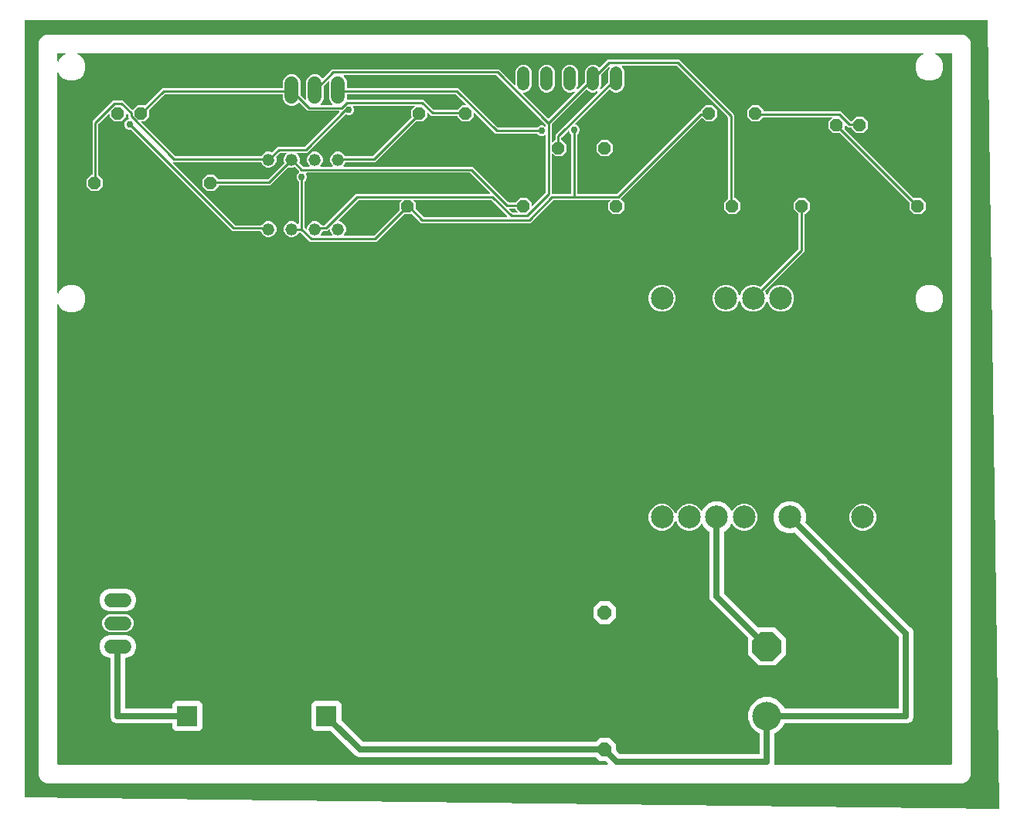
<source format=gbr>
G04 EAGLE Gerber X2 export*
%TF.Part,Single*%
%TF.FileFunction,Copper,L1,Top,Mixed*%
%TF.FilePolarity,Positive*%
%TF.GenerationSoftware,Autodesk,EAGLE,8.6.2*%
%TF.CreationDate,2018-03-24T09:11:56Z*%
G75*
%MOMM*%
%FSLAX34Y34*%
%LPD*%
%AMOC8*
5,1,8,0,0,1.08239X$1,22.5*%
G01*
%ADD10P,1.429621X8X22.500000*%
%ADD11P,1.649562X8X112.500000*%
%ADD12P,3.409096X8X112.500000*%
%ADD13C,3.149600*%
%ADD14R,2.286000X2.286000*%
%ADD15C,1.320800*%
%ADD16C,1.508000*%
%ADD17C,1.320800*%
%ADD18C,2.500000*%
%ADD19C,0.635000*%
%ADD20C,0.254000*%
%ADD21C,0.756400*%

G36*
X1041421Y-38857D02*
X1041421Y-38857D01*
X1041451Y-38860D01*
X1041542Y-38838D01*
X1041634Y-38824D01*
X1041661Y-38811D01*
X1041690Y-38804D01*
X1041770Y-38755D01*
X1041853Y-38712D01*
X1041874Y-38690D01*
X1041899Y-38675D01*
X1041959Y-38602D01*
X1042024Y-38536D01*
X1042037Y-38508D01*
X1042057Y-38485D01*
X1042090Y-38398D01*
X1042131Y-38314D01*
X1042134Y-38284D01*
X1042145Y-38256D01*
X1042161Y-38089D01*
X1029461Y825511D01*
X1029459Y825525D01*
X1029460Y825539D01*
X1029437Y825646D01*
X1029418Y825753D01*
X1029411Y825766D01*
X1029408Y825780D01*
X1029352Y825873D01*
X1029300Y825969D01*
X1029289Y825979D01*
X1029282Y825991D01*
X1029199Y826062D01*
X1029119Y826136D01*
X1029106Y826142D01*
X1029095Y826151D01*
X1028994Y826192D01*
X1028894Y826236D01*
X1028880Y826237D01*
X1028867Y826243D01*
X1028700Y826261D01*
X-25400Y826261D01*
X-25420Y826258D01*
X-25439Y826260D01*
X-25541Y826238D01*
X-25643Y826222D01*
X-25660Y826212D01*
X-25680Y826208D01*
X-25769Y826155D01*
X-25860Y826106D01*
X-25874Y826092D01*
X-25891Y826082D01*
X-25958Y826003D01*
X-26030Y825928D01*
X-26038Y825910D01*
X-26051Y825895D01*
X-26090Y825799D01*
X-26133Y825705D01*
X-26135Y825685D01*
X-26143Y825667D01*
X-26161Y825500D01*
X-26161Y-25400D01*
X-26159Y-25415D01*
X-26161Y-25430D01*
X-26139Y-25537D01*
X-26122Y-25643D01*
X-26114Y-25656D01*
X-26111Y-25671D01*
X-26057Y-25765D01*
X-26006Y-25860D01*
X-25995Y-25871D01*
X-25988Y-25884D01*
X-25906Y-25955D01*
X-25828Y-26030D01*
X-25814Y-26036D01*
X-25803Y-26046D01*
X-25703Y-26088D01*
X-25605Y-26133D01*
X-25590Y-26135D01*
X-25576Y-26141D01*
X-25409Y-26161D01*
X1041391Y-38861D01*
X1041421Y-38857D01*
G37*
%LPC*%
G36*
X-2021Y-10161D02*
X-2021Y-10161D01*
X-5756Y-8614D01*
X-8614Y-5756D01*
X-10161Y-2021D01*
X-10161Y802021D01*
X-8614Y805756D01*
X-5756Y808614D01*
X-2021Y810161D01*
X1002021Y810161D01*
X1005756Y808614D01*
X1008614Y805756D01*
X1010161Y802021D01*
X1010161Y-2021D01*
X1008614Y-5756D01*
X1005756Y-8614D01*
X1002021Y-10161D01*
X-2021Y-10161D01*
G37*
%LPD*%
G36*
X612780Y10172D02*
X612780Y10172D01*
X612852Y10174D01*
X612901Y10192D01*
X612952Y10200D01*
X613015Y10234D01*
X613083Y10259D01*
X613123Y10291D01*
X613169Y10316D01*
X613219Y10368D01*
X613275Y10412D01*
X613303Y10456D01*
X613339Y10494D01*
X613369Y10559D01*
X613408Y10619D01*
X613420Y10670D01*
X613442Y10717D01*
X613450Y10788D01*
X613468Y10858D01*
X613464Y10910D01*
X613469Y10961D01*
X613454Y11032D01*
X613449Y11103D01*
X613428Y11151D01*
X613417Y11202D01*
X613380Y11263D01*
X613352Y11329D01*
X613308Y11385D01*
X613291Y11413D01*
X613273Y11428D01*
X613248Y11460D01*
X610881Y13826D01*
X610807Y13879D01*
X610738Y13939D01*
X610708Y13951D01*
X610682Y13970D01*
X610595Y13997D01*
X610510Y14031D01*
X610469Y14035D01*
X610447Y14042D01*
X610414Y14041D01*
X610343Y14049D01*
X604372Y14049D01*
X600150Y18271D01*
X600076Y18324D01*
X600007Y18384D01*
X599977Y18396D01*
X599951Y18415D01*
X599864Y18442D01*
X599779Y18476D01*
X599738Y18480D01*
X599716Y18487D01*
X599683Y18486D01*
X599612Y18494D01*
X340004Y18494D01*
X336999Y19739D01*
X309891Y46846D01*
X309818Y46899D01*
X309748Y46959D01*
X309718Y46971D01*
X309692Y46990D01*
X309605Y47017D01*
X309520Y47051D01*
X309479Y47055D01*
X309457Y47062D01*
X309424Y47061D01*
X309353Y47069D01*
X291299Y47069D01*
X288369Y49999D01*
X288369Y77001D01*
X291299Y79931D01*
X318301Y79931D01*
X321231Y77001D01*
X321231Y58947D01*
X321245Y58857D01*
X321253Y58766D01*
X321265Y58736D01*
X321270Y58704D01*
X321313Y58623D01*
X321349Y58540D01*
X321375Y58507D01*
X321386Y58487D01*
X321409Y58465D01*
X321454Y58409D01*
X344794Y35069D01*
X344867Y35016D01*
X344937Y34956D01*
X344967Y34944D01*
X344993Y34925D01*
X345080Y34898D01*
X345165Y34864D01*
X345206Y34860D01*
X345228Y34853D01*
X345261Y34854D01*
X345332Y34846D01*
X599612Y34846D01*
X599702Y34860D01*
X599793Y34868D01*
X599823Y34880D01*
X599855Y34885D01*
X599935Y34928D01*
X600019Y34964D01*
X600051Y34990D01*
X600072Y35001D01*
X600094Y35024D01*
X600150Y35069D01*
X604372Y39291D01*
X614828Y39291D01*
X622221Y31898D01*
X622221Y25927D01*
X622235Y25837D01*
X622243Y25746D01*
X622255Y25716D01*
X622260Y25684D01*
X622303Y25603D01*
X622339Y25520D01*
X622365Y25487D01*
X622376Y25467D01*
X622399Y25445D01*
X622444Y25389D01*
X626099Y21734D01*
X626172Y21681D01*
X626242Y21621D01*
X626272Y21609D01*
X626298Y21590D01*
X626385Y21563D01*
X626470Y21529D01*
X626511Y21525D01*
X626533Y21518D01*
X626566Y21519D01*
X626637Y21511D01*
X778463Y21511D01*
X778483Y21514D01*
X778502Y21512D01*
X778604Y21534D01*
X778706Y21550D01*
X778723Y21560D01*
X778743Y21564D01*
X778832Y21617D01*
X778923Y21666D01*
X778937Y21680D01*
X778954Y21690D01*
X779021Y21769D01*
X779093Y21844D01*
X779101Y21862D01*
X779114Y21877D01*
X779153Y21973D01*
X779196Y22067D01*
X779198Y22087D01*
X779206Y22105D01*
X779224Y22272D01*
X779224Y43920D01*
X779205Y44034D01*
X779188Y44151D01*
X779186Y44156D01*
X779185Y44162D01*
X779130Y44265D01*
X779077Y44370D01*
X779072Y44374D01*
X779069Y44380D01*
X778985Y44460D01*
X778901Y44542D01*
X778895Y44546D01*
X778891Y44549D01*
X778874Y44557D01*
X778754Y44623D01*
X775647Y45910D01*
X769810Y51747D01*
X766651Y59373D01*
X766651Y67627D01*
X769810Y75253D01*
X775647Y81090D01*
X783273Y84249D01*
X791527Y84249D01*
X799153Y81090D01*
X804990Y75253D01*
X806277Y72146D01*
X806339Y72046D01*
X806399Y71946D01*
X806403Y71942D01*
X806407Y71937D01*
X806496Y71862D01*
X806586Y71786D01*
X806591Y71784D01*
X806596Y71780D01*
X806704Y71738D01*
X806814Y71694D01*
X806821Y71693D01*
X806826Y71692D01*
X806844Y71691D01*
X806980Y71676D01*
X930863Y71676D01*
X930883Y71679D01*
X930902Y71677D01*
X931004Y71699D01*
X931106Y71715D01*
X931123Y71725D01*
X931143Y71729D01*
X931232Y71782D01*
X931323Y71831D01*
X931337Y71845D01*
X931354Y71855D01*
X931421Y71934D01*
X931493Y72009D01*
X931501Y72027D01*
X931514Y72042D01*
X931553Y72138D01*
X931596Y72232D01*
X931598Y72252D01*
X931606Y72270D01*
X931624Y72437D01*
X931624Y150098D01*
X931610Y150188D01*
X931602Y150279D01*
X931590Y150309D01*
X931585Y150341D01*
X931542Y150422D01*
X931506Y150505D01*
X931480Y150538D01*
X931469Y150558D01*
X931446Y150580D01*
X931401Y150636D01*
X817978Y264059D01*
X817884Y264128D01*
X817790Y264197D01*
X817784Y264199D01*
X817779Y264203D01*
X817668Y264237D01*
X817556Y264273D01*
X817550Y264273D01*
X817544Y264275D01*
X817427Y264272D01*
X817310Y264271D01*
X817303Y264269D01*
X817298Y264269D01*
X817280Y264262D01*
X817149Y264224D01*
X815881Y263699D01*
X808919Y263699D01*
X802487Y266364D01*
X797564Y271287D01*
X794899Y277719D01*
X794899Y284681D01*
X797564Y291113D01*
X802487Y296036D01*
X808919Y298701D01*
X815881Y298701D01*
X822313Y296036D01*
X827236Y291113D01*
X829901Y284681D01*
X829901Y277719D01*
X829376Y276451D01*
X829349Y276337D01*
X829320Y276224D01*
X829321Y276218D01*
X829319Y276212D01*
X829330Y276095D01*
X829340Y275979D01*
X829342Y275973D01*
X829343Y275967D01*
X829390Y275859D01*
X829436Y275753D01*
X829440Y275747D01*
X829443Y275742D01*
X829455Y275728D01*
X829541Y275622D01*
X944324Y160838D01*
X946731Y158431D01*
X947976Y155426D01*
X947976Y61874D01*
X946731Y58869D01*
X944431Y56569D01*
X941426Y55324D01*
X806980Y55324D01*
X806866Y55305D01*
X806749Y55288D01*
X806744Y55286D01*
X806738Y55285D01*
X806635Y55230D01*
X806530Y55177D01*
X806526Y55172D01*
X806520Y55169D01*
X806440Y55085D01*
X806358Y55001D01*
X806354Y54995D01*
X806351Y54991D01*
X806343Y54974D01*
X806277Y54854D01*
X804990Y51747D01*
X799153Y45910D01*
X796046Y44623D01*
X795946Y44561D01*
X795846Y44501D01*
X795842Y44497D01*
X795837Y44493D01*
X795762Y44404D01*
X795686Y44314D01*
X795684Y44309D01*
X795680Y44304D01*
X795638Y44196D01*
X795594Y44086D01*
X795593Y44079D01*
X795592Y44074D01*
X795591Y44056D01*
X795576Y43920D01*
X795576Y11709D01*
X795371Y11213D01*
X795360Y11169D01*
X795341Y11127D01*
X795332Y11050D01*
X795314Y10974D01*
X795319Y10928D01*
X795314Y10883D01*
X795330Y10806D01*
X795337Y10729D01*
X795356Y10687D01*
X795366Y10642D01*
X795406Y10575D01*
X795437Y10504D01*
X795468Y10470D01*
X795492Y10431D01*
X795551Y10380D01*
X795604Y10323D01*
X795644Y10301D01*
X795679Y10271D01*
X795751Y10242D01*
X795819Y10205D01*
X795864Y10196D01*
X795907Y10179D01*
X796043Y10164D01*
X796061Y10161D01*
X796066Y10162D01*
X796074Y10161D01*
X989078Y10161D01*
X989098Y10164D01*
X989117Y10162D01*
X989219Y10184D01*
X989321Y10200D01*
X989338Y10210D01*
X989358Y10214D01*
X989447Y10267D01*
X989538Y10316D01*
X989552Y10330D01*
X989569Y10340D01*
X989636Y10419D01*
X989708Y10494D01*
X989716Y10512D01*
X989729Y10527D01*
X989768Y10623D01*
X989811Y10717D01*
X989813Y10737D01*
X989821Y10755D01*
X989839Y10922D01*
X989839Y789078D01*
X989836Y789098D01*
X989838Y789117D01*
X989816Y789219D01*
X989800Y789321D01*
X989790Y789338D01*
X989786Y789358D01*
X989733Y789447D01*
X989684Y789538D01*
X989670Y789552D01*
X989660Y789569D01*
X989581Y789636D01*
X989506Y789708D01*
X989488Y789716D01*
X989473Y789729D01*
X989377Y789768D01*
X989283Y789811D01*
X989263Y789813D01*
X989245Y789821D01*
X989078Y789839D01*
X972094Y789839D01*
X971998Y789824D01*
X971901Y789814D01*
X971878Y789804D01*
X971852Y789800D01*
X971766Y789754D01*
X971677Y789714D01*
X971657Y789697D01*
X971634Y789684D01*
X971567Y789614D01*
X971496Y789548D01*
X971483Y789525D01*
X971465Y789506D01*
X971424Y789418D01*
X971377Y789332D01*
X971372Y789307D01*
X971361Y789283D01*
X971351Y789186D01*
X971333Y789090D01*
X971337Y789064D01*
X971334Y789039D01*
X971355Y788943D01*
X971369Y788847D01*
X971381Y788824D01*
X971387Y788798D01*
X971436Y788715D01*
X971481Y788628D01*
X971499Y788609D01*
X971513Y788587D01*
X971587Y788524D01*
X971656Y788456D01*
X971685Y788440D01*
X971700Y788427D01*
X971730Y788415D01*
X971803Y788375D01*
X973788Y787553D01*
X978053Y783288D01*
X980361Y777716D01*
X980361Y771684D01*
X978053Y766112D01*
X973788Y761847D01*
X968216Y759539D01*
X962184Y759539D01*
X956612Y761847D01*
X952347Y766112D01*
X950039Y771684D01*
X950039Y777716D01*
X952347Y783288D01*
X956612Y787553D01*
X958597Y788375D01*
X958680Y788426D01*
X958766Y788472D01*
X958784Y788490D01*
X958806Y788504D01*
X958868Y788580D01*
X958935Y788650D01*
X958946Y788674D01*
X958963Y788694D01*
X958998Y788785D01*
X959039Y788873D01*
X959042Y788899D01*
X959051Y788923D01*
X959055Y789021D01*
X959066Y789117D01*
X959060Y789143D01*
X959061Y789169D01*
X959034Y789263D01*
X959013Y789358D01*
X959000Y789380D01*
X958993Y789405D01*
X958937Y789485D01*
X958887Y789569D01*
X958867Y789586D01*
X958853Y789607D01*
X958774Y789666D01*
X958700Y789729D01*
X958676Y789739D01*
X958655Y789754D01*
X958563Y789784D01*
X958472Y789821D01*
X958440Y789824D01*
X958421Y789830D01*
X958388Y789830D01*
X958306Y789839D01*
X32294Y789839D01*
X32198Y789824D01*
X32101Y789814D01*
X32078Y789804D01*
X32052Y789800D01*
X31966Y789754D01*
X31877Y789714D01*
X31857Y789697D01*
X31834Y789684D01*
X31767Y789614D01*
X31696Y789548D01*
X31683Y789525D01*
X31665Y789506D01*
X31624Y789418D01*
X31577Y789332D01*
X31572Y789307D01*
X31561Y789283D01*
X31551Y789186D01*
X31533Y789090D01*
X31537Y789064D01*
X31534Y789039D01*
X31555Y788943D01*
X31569Y788847D01*
X31581Y788824D01*
X31587Y788798D01*
X31636Y788715D01*
X31681Y788628D01*
X31699Y788609D01*
X31713Y788587D01*
X31787Y788524D01*
X31856Y788456D01*
X31885Y788440D01*
X31900Y788427D01*
X31930Y788415D01*
X32003Y788375D01*
X33988Y787553D01*
X38253Y783288D01*
X40561Y777716D01*
X40561Y771684D01*
X38253Y766112D01*
X33988Y761847D01*
X28416Y759539D01*
X22384Y759539D01*
X16812Y761847D01*
X12547Y766112D01*
X11625Y768338D01*
X11574Y768421D01*
X11528Y768507D01*
X11510Y768525D01*
X11496Y768547D01*
X11420Y768610D01*
X11350Y768676D01*
X11326Y768687D01*
X11306Y768704D01*
X11215Y768739D01*
X11127Y768780D01*
X11101Y768783D01*
X11077Y768792D01*
X10979Y768796D01*
X10883Y768807D01*
X10857Y768802D01*
X10831Y768803D01*
X10737Y768776D01*
X10642Y768755D01*
X10620Y768741D01*
X10595Y768734D01*
X10515Y768679D01*
X10431Y768629D01*
X10414Y768609D01*
X10393Y768594D01*
X10334Y768516D01*
X10271Y768442D01*
X10261Y768418D01*
X10246Y768397D01*
X10216Y768304D01*
X10179Y768214D01*
X10176Y768181D01*
X10170Y768163D01*
X10170Y768130D01*
X10161Y768047D01*
X10161Y527353D01*
X10176Y527257D01*
X10186Y527160D01*
X10196Y527136D01*
X10200Y527110D01*
X10246Y527024D01*
X10286Y526935D01*
X10303Y526916D01*
X10316Y526893D01*
X10386Y526826D01*
X10452Y526754D01*
X10475Y526742D01*
X10494Y526724D01*
X10582Y526683D01*
X10668Y526636D01*
X10693Y526631D01*
X10717Y526620D01*
X10814Y526609D01*
X10910Y526592D01*
X10936Y526596D01*
X10961Y526593D01*
X11057Y526613D01*
X11153Y526628D01*
X11176Y526640D01*
X11202Y526645D01*
X11285Y526695D01*
X11372Y526739D01*
X11391Y526758D01*
X11413Y526771D01*
X11476Y526845D01*
X11544Y526915D01*
X11560Y526943D01*
X11573Y526958D01*
X11585Y526989D01*
X11625Y527062D01*
X12547Y529288D01*
X16812Y533553D01*
X22384Y535861D01*
X28416Y535861D01*
X33988Y533553D01*
X38253Y529288D01*
X40561Y523716D01*
X40561Y517684D01*
X38253Y512112D01*
X33988Y507847D01*
X28416Y505539D01*
X22384Y505539D01*
X16812Y507847D01*
X12547Y512112D01*
X11625Y514338D01*
X11574Y514421D01*
X11528Y514507D01*
X11510Y514525D01*
X11496Y514547D01*
X11420Y514610D01*
X11350Y514676D01*
X11326Y514687D01*
X11306Y514704D01*
X11215Y514739D01*
X11127Y514780D01*
X11101Y514783D01*
X11077Y514792D01*
X10979Y514796D01*
X10883Y514807D01*
X10857Y514802D01*
X10831Y514803D01*
X10737Y514776D01*
X10642Y514755D01*
X10620Y514741D01*
X10595Y514734D01*
X10515Y514679D01*
X10431Y514629D01*
X10414Y514609D01*
X10393Y514594D01*
X10334Y514516D01*
X10271Y514442D01*
X10261Y514418D01*
X10246Y514397D01*
X10216Y514304D01*
X10179Y514214D01*
X10176Y514181D01*
X10170Y514163D01*
X10170Y514130D01*
X10161Y514047D01*
X10161Y10922D01*
X10164Y10902D01*
X10162Y10883D01*
X10184Y10781D01*
X10200Y10679D01*
X10210Y10662D01*
X10214Y10642D01*
X10267Y10553D01*
X10316Y10462D01*
X10330Y10448D01*
X10340Y10431D01*
X10419Y10364D01*
X10494Y10292D01*
X10512Y10284D01*
X10527Y10271D01*
X10623Y10232D01*
X10717Y10189D01*
X10737Y10187D01*
X10755Y10179D01*
X10922Y10161D01*
X612709Y10161D01*
X612780Y10172D01*
G37*
%LPC*%
G36*
X286647Y583052D02*
X286647Y583052D01*
X284479Y585220D01*
X276542Y593156D01*
X276468Y593209D01*
X276399Y593269D01*
X276369Y593281D01*
X276343Y593300D01*
X276256Y593327D01*
X276171Y593361D01*
X276130Y593365D01*
X276108Y593372D01*
X276075Y593371D01*
X276004Y593379D01*
X275118Y593379D01*
X275003Y593360D01*
X274887Y593343D01*
X274881Y593341D01*
X274875Y593340D01*
X274773Y593285D01*
X274668Y593232D01*
X274663Y593227D01*
X274658Y593224D01*
X274578Y593140D01*
X274496Y593056D01*
X274492Y593050D01*
X274489Y593046D01*
X274481Y593029D01*
X274415Y592909D01*
X274037Y591997D01*
X271603Y589563D01*
X268422Y588245D01*
X264978Y588245D01*
X261797Y589563D01*
X259363Y591997D01*
X258045Y595178D01*
X258045Y598622D01*
X259363Y601803D01*
X261797Y604237D01*
X264978Y605555D01*
X268422Y605555D01*
X271603Y604237D01*
X273075Y602765D01*
X273133Y602723D01*
X273185Y602674D01*
X273232Y602652D01*
X273274Y602621D01*
X273343Y602600D01*
X273408Y602570D01*
X273460Y602564D01*
X273510Y602549D01*
X273581Y602551D01*
X273652Y602543D01*
X273703Y602554D01*
X273755Y602555D01*
X273823Y602580D01*
X273893Y602595D01*
X273938Y602622D01*
X273986Y602640D01*
X274042Y602685D01*
X274104Y602721D01*
X274138Y602761D01*
X274178Y602794D01*
X274217Y602854D01*
X274264Y602908D01*
X274283Y602957D01*
X274311Y603000D01*
X274329Y603070D01*
X274356Y603136D01*
X274364Y603208D01*
X274372Y603239D01*
X274370Y603262D01*
X274374Y603303D01*
X274374Y648832D01*
X274360Y648922D01*
X274352Y649013D01*
X274340Y649042D01*
X274335Y649074D01*
X274292Y649155D01*
X274256Y649239D01*
X274230Y649271D01*
X274219Y649292D01*
X274196Y649314D01*
X274151Y649370D01*
X272750Y650771D01*
X271862Y652915D01*
X271862Y655235D01*
X272750Y657379D01*
X274391Y659020D01*
X274537Y659080D01*
X274576Y659105D01*
X274619Y659120D01*
X274680Y659169D01*
X274746Y659210D01*
X274776Y659245D01*
X274812Y659274D01*
X274854Y659339D01*
X274903Y659399D01*
X274920Y659442D01*
X274945Y659481D01*
X274964Y659556D01*
X274991Y659629D01*
X274993Y659675D01*
X275005Y659719D01*
X274999Y659797D01*
X275002Y659875D01*
X274989Y659919D01*
X274985Y659965D01*
X274955Y660036D01*
X274933Y660111D01*
X274907Y660149D01*
X274889Y660191D01*
X274804Y660298D01*
X274793Y660313D01*
X274789Y660316D01*
X274784Y660322D01*
X270365Y664742D01*
X270270Y664809D01*
X270176Y664879D01*
X270170Y664881D01*
X270165Y664885D01*
X270053Y664919D01*
X269942Y664956D01*
X269936Y664956D01*
X269930Y664957D01*
X269813Y664954D01*
X269696Y664953D01*
X269689Y664951D01*
X269684Y664951D01*
X269667Y664945D01*
X269535Y664907D01*
X268422Y664445D01*
X264978Y664445D01*
X263997Y664852D01*
X263884Y664878D01*
X263770Y664907D01*
X263764Y664906D01*
X263758Y664908D01*
X263641Y664897D01*
X263525Y664888D01*
X263519Y664885D01*
X263513Y664885D01*
X263406Y664837D01*
X263299Y664791D01*
X263293Y664787D01*
X263288Y664785D01*
X263275Y664772D01*
X263168Y664687D01*
X243498Y645017D01*
X187216Y645017D01*
X187196Y645014D01*
X187177Y645016D01*
X187075Y644994D01*
X186973Y644977D01*
X186956Y644968D01*
X186936Y644963D01*
X186847Y644910D01*
X186756Y644862D01*
X186742Y644848D01*
X186725Y644837D01*
X186658Y644759D01*
X186586Y644684D01*
X186578Y644666D01*
X186565Y644650D01*
X186526Y644554D01*
X186483Y644461D01*
X186481Y644441D01*
X186473Y644422D01*
X186455Y644256D01*
X186455Y644115D01*
X181385Y639045D01*
X174215Y639045D01*
X169145Y644115D01*
X169145Y651285D01*
X174215Y656355D01*
X181385Y656355D01*
X185858Y651881D01*
X185932Y651828D01*
X186002Y651769D01*
X186032Y651756D01*
X186058Y651738D01*
X186145Y651711D01*
X186230Y651677D01*
X186271Y651672D01*
X186293Y651665D01*
X186325Y651666D01*
X186397Y651658D01*
X240432Y651658D01*
X240522Y651673D01*
X240613Y651680D01*
X240642Y651693D01*
X240674Y651698D01*
X240755Y651741D01*
X240839Y651776D01*
X240871Y651802D01*
X240892Y651813D01*
X240914Y651836D01*
X240970Y651881D01*
X258395Y669306D01*
X258463Y669401D01*
X258533Y669495D01*
X258535Y669501D01*
X258539Y669506D01*
X258572Y669616D01*
X258609Y669729D01*
X258609Y669735D01*
X258611Y669741D01*
X258608Y669858D01*
X258608Y669886D01*
X258609Y669902D01*
X258607Y669912D01*
X258607Y669975D01*
X258605Y669982D01*
X258605Y669987D01*
X258598Y670004D01*
X258560Y670136D01*
X258045Y671378D01*
X258045Y674822D01*
X259363Y678003D01*
X260650Y679290D01*
X260692Y679348D01*
X260741Y679400D01*
X260763Y679447D01*
X260794Y679489D01*
X260815Y679558D01*
X260845Y679623D01*
X260851Y679675D01*
X260866Y679725D01*
X260864Y679796D01*
X260872Y679867D01*
X260861Y679918D01*
X260860Y679970D01*
X260835Y680038D01*
X260820Y680108D01*
X260793Y680153D01*
X260775Y680201D01*
X260730Y680257D01*
X260694Y680319D01*
X260654Y680353D01*
X260621Y680393D01*
X260561Y680432D01*
X260507Y680479D01*
X260458Y680498D01*
X260415Y680526D01*
X260345Y680544D01*
X260279Y680571D01*
X260207Y680579D01*
X260176Y680587D01*
X260153Y680585D01*
X260112Y680589D01*
X254141Y680589D01*
X254051Y680575D01*
X253960Y680567D01*
X253930Y680555D01*
X253898Y680550D01*
X253817Y680507D01*
X253734Y680471D01*
X253701Y680445D01*
X253681Y680434D01*
X253659Y680411D01*
X253603Y680366D01*
X249759Y676523D01*
X249691Y676428D01*
X249621Y676334D01*
X249619Y676328D01*
X249615Y676323D01*
X249581Y676212D01*
X249545Y676100D01*
X249545Y676094D01*
X249543Y676088D01*
X249546Y675971D01*
X249547Y675854D01*
X249549Y675847D01*
X249549Y675842D01*
X249556Y675824D01*
X249594Y675693D01*
X249955Y674822D01*
X249955Y671378D01*
X248637Y668197D01*
X246203Y665763D01*
X243022Y664445D01*
X239578Y664445D01*
X236397Y665763D01*
X233963Y668197D01*
X233302Y669792D01*
X233241Y669891D01*
X233181Y669991D01*
X233176Y669996D01*
X233173Y670001D01*
X233083Y670075D01*
X232994Y670151D01*
X232988Y670154D01*
X232983Y670158D01*
X232875Y670199D01*
X232766Y670243D01*
X232758Y670244D01*
X232754Y670246D01*
X232735Y670247D01*
X232599Y670262D01*
X137227Y670262D01*
X137157Y670250D01*
X137085Y670248D01*
X137036Y670230D01*
X136985Y670222D01*
X136921Y670188D01*
X136854Y670164D01*
X136813Y670131D01*
X136767Y670107D01*
X136718Y670055D01*
X136662Y670010D01*
X136634Y669966D01*
X136598Y669929D01*
X136568Y669864D01*
X136529Y669803D01*
X136516Y669753D01*
X136494Y669706D01*
X136486Y669634D01*
X136469Y669565D01*
X136473Y669513D01*
X136467Y669461D01*
X136482Y669391D01*
X136488Y669320D01*
X136508Y669272D01*
X136519Y669221D01*
X136556Y669159D01*
X136584Y669093D01*
X136629Y669037D01*
X136645Y669010D01*
X136663Y668994D01*
X136689Y668962D01*
X204260Y601391D01*
X204334Y601338D01*
X204403Y601279D01*
X204434Y601266D01*
X204460Y601248D01*
X204547Y601221D01*
X204632Y601187D01*
X204673Y601182D01*
X204695Y601175D01*
X204727Y601176D01*
X204798Y601168D01*
X233192Y601168D01*
X233307Y601187D01*
X233423Y601204D01*
X233428Y601207D01*
X233434Y601208D01*
X233537Y601263D01*
X233642Y601316D01*
X233646Y601320D01*
X233652Y601323D01*
X233731Y601407D01*
X233814Y601491D01*
X233818Y601498D01*
X233821Y601501D01*
X233829Y601518D01*
X233895Y601638D01*
X233963Y601803D01*
X236397Y604237D01*
X239578Y605555D01*
X243022Y605555D01*
X246203Y604237D01*
X248637Y601803D01*
X249955Y598622D01*
X249955Y595178D01*
X248637Y591997D01*
X246203Y589563D01*
X243022Y588245D01*
X239578Y588245D01*
X236397Y589563D01*
X233963Y591997D01*
X233110Y594057D01*
X233048Y594157D01*
X232988Y594256D01*
X232984Y594260D01*
X232980Y594266D01*
X232890Y594341D01*
X232801Y594416D01*
X232796Y594419D01*
X232791Y594423D01*
X232682Y594464D01*
X232573Y594508D01*
X232566Y594509D01*
X232561Y594511D01*
X232543Y594512D01*
X232407Y594527D01*
X201732Y594527D01*
X90864Y705394D01*
X90791Y705447D01*
X90721Y705507D01*
X90691Y705519D01*
X90665Y705538D01*
X90578Y705565D01*
X90493Y705599D01*
X90452Y705603D01*
X90430Y705610D01*
X90397Y705609D01*
X90326Y705617D01*
X88345Y705617D01*
X86201Y706505D01*
X84560Y708146D01*
X83672Y710290D01*
X83672Y712610D01*
X84560Y714754D01*
X86201Y716395D01*
X87970Y717128D01*
X88009Y717152D01*
X88052Y717168D01*
X88103Y717208D01*
X88116Y717215D01*
X88123Y717222D01*
X88179Y717257D01*
X88208Y717293D01*
X88244Y717321D01*
X88286Y717387D01*
X88336Y717447D01*
X88353Y717490D01*
X88377Y717528D01*
X88396Y717604D01*
X88424Y717676D01*
X88426Y717722D01*
X88437Y717767D01*
X88431Y717844D01*
X88435Y717922D01*
X88422Y717966D01*
X88418Y718012D01*
X88388Y718083D01*
X88366Y718158D01*
X88340Y718196D01*
X88322Y718238D01*
X88237Y718345D01*
X88226Y718360D01*
X88222Y718363D01*
X88217Y718369D01*
X87332Y719254D01*
X87332Y722382D01*
X87317Y722472D01*
X87310Y722563D01*
X87297Y722593D01*
X87292Y722624D01*
X87273Y722660D01*
X87271Y722669D01*
X87249Y722706D01*
X87214Y722789D01*
X87188Y722821D01*
X87177Y722842D01*
X87156Y722862D01*
X87145Y722880D01*
X87132Y722891D01*
X87109Y722920D01*
X86154Y723875D01*
X86096Y723916D01*
X86044Y723966D01*
X85997Y723988D01*
X85955Y724018D01*
X85886Y724039D01*
X85821Y724069D01*
X85769Y724075D01*
X85719Y724090D01*
X85648Y724089D01*
X85577Y724096D01*
X85526Y724085D01*
X85474Y724084D01*
X85406Y724059D01*
X85336Y724044D01*
X85291Y724017D01*
X85243Y724000D01*
X85187Y723955D01*
X85125Y723918D01*
X85091Y723878D01*
X85051Y723846D01*
X85012Y723786D01*
X84965Y723731D01*
X84946Y723683D01*
X84918Y723639D01*
X84900Y723569D01*
X84873Y723503D01*
X84865Y723432D01*
X84857Y723400D01*
X84859Y723377D01*
X84855Y723336D01*
X84855Y720315D01*
X79785Y715245D01*
X72615Y715245D01*
X67545Y720315D01*
X67545Y723119D01*
X67534Y723189D01*
X67532Y723261D01*
X67514Y723310D01*
X67506Y723361D01*
X67472Y723425D01*
X67447Y723492D01*
X67415Y723533D01*
X67390Y723579D01*
X67338Y723628D01*
X67294Y723684D01*
X67250Y723712D01*
X67212Y723748D01*
X67147Y723778D01*
X67087Y723817D01*
X67036Y723830D01*
X66989Y723852D01*
X66918Y723860D01*
X66848Y723877D01*
X66796Y723873D01*
X66745Y723879D01*
X66674Y723864D01*
X66603Y723858D01*
X66555Y723838D01*
X66504Y723827D01*
X66443Y723790D01*
X66377Y723762D01*
X66321Y723717D01*
X66293Y723701D01*
X66278Y723683D01*
X66246Y723657D01*
X55181Y712592D01*
X55128Y712519D01*
X55069Y712449D01*
X55056Y712419D01*
X55038Y712393D01*
X55011Y712306D01*
X54977Y712221D01*
X54972Y712180D01*
X54965Y712158D01*
X54966Y712125D01*
X54958Y712054D01*
X54958Y656097D01*
X54973Y656007D01*
X54980Y655916D01*
X54993Y655886D01*
X54998Y655854D01*
X55041Y655773D01*
X55076Y655689D01*
X55102Y655657D01*
X55113Y655637D01*
X55136Y655614D01*
X55181Y655558D01*
X59455Y651285D01*
X59455Y644115D01*
X54385Y639045D01*
X47215Y639045D01*
X42145Y644115D01*
X42145Y651285D01*
X47215Y656355D01*
X47556Y656355D01*
X47575Y656358D01*
X47595Y656356D01*
X47696Y656378D01*
X47798Y656394D01*
X47816Y656404D01*
X47835Y656408D01*
X47924Y656461D01*
X48016Y656510D01*
X48029Y656524D01*
X48046Y656534D01*
X48114Y656613D01*
X48185Y656688D01*
X48193Y656706D01*
X48206Y656721D01*
X48245Y656817D01*
X48289Y656911D01*
X48291Y656931D01*
X48298Y656949D01*
X48317Y657116D01*
X48317Y715121D01*
X70917Y737721D01*
X81701Y737721D01*
X91805Y727616D01*
X91902Y727519D01*
X91919Y727507D01*
X91931Y727492D01*
X92018Y727436D01*
X92102Y727375D01*
X92121Y727369D01*
X92138Y727359D01*
X92238Y727333D01*
X92337Y727303D01*
X92357Y727303D01*
X92377Y727298D01*
X92480Y727306D01*
X92583Y727309D01*
X92602Y727316D01*
X92622Y727318D01*
X92717Y727358D01*
X92814Y727394D01*
X92830Y727406D01*
X92848Y727414D01*
X92979Y727519D01*
X98015Y732555D01*
X105301Y732555D01*
X105347Y732543D01*
X105445Y732513D01*
X105466Y732513D01*
X105485Y732508D01*
X105588Y732516D01*
X105691Y732519D01*
X105710Y732526D01*
X105730Y732528D01*
X105825Y732568D01*
X105922Y732604D01*
X105938Y732616D01*
X105957Y732624D01*
X106087Y732729D01*
X124849Y751491D01*
X256348Y751491D01*
X256368Y751494D01*
X256387Y751492D01*
X256489Y751514D01*
X256591Y751530D01*
X256608Y751540D01*
X256628Y751544D01*
X256717Y751597D01*
X256808Y751646D01*
X256822Y751660D01*
X256839Y751670D01*
X256906Y751749D01*
X256978Y751824D01*
X256986Y751842D01*
X256999Y751857D01*
X257038Y751953D01*
X257081Y752047D01*
X257083Y752067D01*
X257091Y752085D01*
X257109Y752252D01*
X257109Y758748D01*
X258569Y762273D01*
X261267Y764971D01*
X264792Y766431D01*
X268608Y766431D01*
X272133Y764971D01*
X274831Y762273D01*
X276291Y758748D01*
X276291Y744258D01*
X276305Y744168D01*
X276313Y744077D01*
X276325Y744048D01*
X276330Y744016D01*
X276373Y743935D01*
X276409Y743851D01*
X276435Y743819D01*
X276446Y743798D01*
X276469Y743776D01*
X276514Y743720D01*
X281308Y738926D01*
X281387Y738869D01*
X281462Y738807D01*
X281486Y738798D01*
X281508Y738782D01*
X281601Y738754D01*
X281692Y738719D01*
X281718Y738718D01*
X281743Y738710D01*
X281840Y738713D01*
X281937Y738709D01*
X281962Y738716D01*
X281988Y738716D01*
X282080Y738750D01*
X282174Y738777D01*
X282195Y738792D01*
X282219Y738801D01*
X282296Y738862D01*
X282376Y738917D01*
X282391Y738938D01*
X282412Y738955D01*
X282464Y739037D01*
X282522Y739115D01*
X282530Y739139D01*
X282545Y739162D01*
X282568Y739256D01*
X282598Y739349D01*
X282598Y739375D01*
X282605Y739400D01*
X282597Y739497D01*
X282596Y739595D01*
X282587Y739626D01*
X282585Y739645D01*
X282573Y739675D01*
X282549Y739756D01*
X282509Y739852D01*
X282509Y758748D01*
X283969Y762273D01*
X286667Y764971D01*
X290192Y766431D01*
X294008Y766431D01*
X297533Y764971D01*
X300013Y762491D01*
X300029Y762479D01*
X300041Y762463D01*
X300129Y762407D01*
X300212Y762347D01*
X300231Y762341D01*
X300248Y762330D01*
X300349Y762305D01*
X300448Y762275D01*
X300468Y762275D01*
X300487Y762270D01*
X300590Y762278D01*
X300693Y762281D01*
X300712Y762288D01*
X300732Y762289D01*
X300827Y762330D01*
X300924Y762365D01*
X300940Y762378D01*
X300958Y762386D01*
X301089Y762491D01*
X308576Y769978D01*
X310744Y772146D01*
X493653Y772146D01*
X510746Y755053D01*
X510804Y755011D01*
X510856Y754962D01*
X510903Y754940D01*
X510945Y754909D01*
X511014Y754888D01*
X511079Y754858D01*
X511131Y754852D01*
X511181Y754837D01*
X511252Y754839D01*
X511323Y754831D01*
X511374Y754842D01*
X511426Y754843D01*
X511494Y754868D01*
X511564Y754883D01*
X511609Y754910D01*
X511657Y754928D01*
X511713Y754973D01*
X511775Y755009D01*
X511809Y755049D01*
X511849Y755082D01*
X511888Y755142D01*
X511935Y755196D01*
X511954Y755245D01*
X511982Y755289D01*
X512000Y755358D01*
X512027Y755425D01*
X512035Y755496D01*
X512043Y755527D01*
X512041Y755550D01*
X512045Y755591D01*
X512045Y770326D01*
X513363Y773507D01*
X515797Y775941D01*
X518978Y777259D01*
X522422Y777259D01*
X525603Y775941D01*
X528037Y773507D01*
X529355Y770326D01*
X529355Y753674D01*
X528037Y750493D01*
X525603Y748059D01*
X522422Y746741D01*
X520895Y746741D01*
X520825Y746730D01*
X520753Y746728D01*
X520704Y746710D01*
X520653Y746702D01*
X520589Y746668D01*
X520522Y746643D01*
X520481Y746611D01*
X520435Y746586D01*
X520386Y746534D01*
X520330Y746490D01*
X520302Y746446D01*
X520266Y746408D01*
X520236Y746343D01*
X520197Y746283D01*
X520184Y746232D01*
X520162Y746185D01*
X520154Y746114D01*
X520137Y746044D01*
X520141Y745992D01*
X520135Y745941D01*
X520150Y745870D01*
X520156Y745799D01*
X520176Y745751D01*
X520187Y745700D01*
X520224Y745639D01*
X520252Y745573D01*
X520297Y745517D01*
X520313Y745489D01*
X520331Y745474D01*
X520357Y745442D01*
X547393Y718406D01*
X547409Y718394D01*
X547422Y718379D01*
X547509Y718322D01*
X547593Y718262D01*
X547612Y718256D01*
X547629Y718246D01*
X547729Y718220D01*
X547828Y718190D01*
X547848Y718190D01*
X547867Y718186D01*
X547970Y718194D01*
X548074Y718196D01*
X548092Y718203D01*
X548112Y718205D01*
X548207Y718245D01*
X548305Y718281D01*
X548320Y718293D01*
X548339Y718301D01*
X548470Y718406D01*
X576633Y746569D01*
X576690Y746648D01*
X576752Y746723D01*
X576761Y746748D01*
X576776Y746769D01*
X576805Y746862D01*
X576840Y746953D01*
X576841Y746979D01*
X576849Y747004D01*
X576846Y747101D01*
X576850Y747199D01*
X576843Y747224D01*
X576842Y747250D01*
X576809Y747341D01*
X576782Y747435D01*
X576767Y747456D01*
X576758Y747481D01*
X576697Y747557D01*
X576642Y747637D01*
X576621Y747652D01*
X576604Y747673D01*
X576522Y747725D01*
X576444Y747784D01*
X576419Y747792D01*
X576397Y747806D01*
X576303Y747830D01*
X576210Y747860D01*
X576184Y747860D01*
X576159Y747866D01*
X576062Y747858D01*
X575964Y747857D01*
X575933Y747848D01*
X575914Y747847D01*
X575883Y747834D01*
X575803Y747811D01*
X573222Y746741D01*
X569778Y746741D01*
X566597Y748059D01*
X564163Y750493D01*
X562845Y753674D01*
X562845Y770326D01*
X564163Y773507D01*
X566597Y775941D01*
X569778Y777259D01*
X573222Y777259D01*
X576403Y775941D01*
X578837Y773507D01*
X580155Y770326D01*
X580155Y753674D01*
X579085Y751093D01*
X579063Y750998D01*
X579034Y750905D01*
X579035Y750879D01*
X579029Y750853D01*
X579038Y750756D01*
X579041Y750659D01*
X579050Y750634D01*
X579052Y750608D01*
X579092Y750519D01*
X579125Y750428D01*
X579142Y750408D01*
X579152Y750384D01*
X579218Y750312D01*
X579279Y750236D01*
X579301Y750222D01*
X579319Y750203D01*
X579404Y750156D01*
X579486Y750103D01*
X579511Y750097D01*
X579534Y750084D01*
X579630Y750067D01*
X579724Y750043D01*
X579750Y750045D01*
X579776Y750040D01*
X579873Y750054D01*
X579970Y750062D01*
X579994Y750072D01*
X580020Y750076D01*
X580107Y750120D01*
X580196Y750158D01*
X580221Y750179D01*
X580239Y750188D01*
X580262Y750211D01*
X580327Y750263D01*
X588022Y757959D01*
X588075Y758032D01*
X588135Y758102D01*
X588147Y758132D01*
X588166Y758158D01*
X588193Y758245D01*
X588227Y758330D01*
X588231Y758371D01*
X588238Y758393D01*
X588237Y758426D01*
X588245Y758497D01*
X588245Y770326D01*
X589563Y773507D01*
X591997Y775941D01*
X595178Y777259D01*
X598622Y777259D01*
X601803Y775941D01*
X603365Y774378D01*
X603382Y774367D01*
X603394Y774351D01*
X603481Y774295D01*
X603565Y774235D01*
X603584Y774229D01*
X603601Y774218D01*
X603701Y774193D01*
X603800Y774162D01*
X603820Y774163D01*
X603839Y774158D01*
X603942Y774166D01*
X604046Y774169D01*
X604065Y774176D01*
X604085Y774177D01*
X604180Y774217D01*
X604277Y774253D01*
X604293Y774266D01*
X604311Y774273D01*
X604442Y774378D01*
X612537Y782473D01*
X691023Y782473D01*
X751491Y722006D01*
X751491Y631716D01*
X751494Y631696D01*
X751492Y631677D01*
X751514Y631575D01*
X751530Y631473D01*
X751540Y631456D01*
X751544Y631436D01*
X751597Y631347D01*
X751646Y631256D01*
X751660Y631242D01*
X751670Y631225D01*
X751749Y631158D01*
X751824Y631086D01*
X751842Y631078D01*
X751857Y631065D01*
X751953Y631026D01*
X752047Y630983D01*
X752067Y630981D01*
X752085Y630973D01*
X752252Y630955D01*
X752885Y630955D01*
X757955Y625885D01*
X757955Y618715D01*
X752885Y613645D01*
X745715Y613645D01*
X740645Y618715D01*
X740645Y625885D01*
X744626Y629866D01*
X744679Y629940D01*
X744739Y630009D01*
X744751Y630040D01*
X744770Y630066D01*
X744797Y630153D01*
X744831Y630238D01*
X744835Y630278D01*
X744842Y630301D01*
X744841Y630333D01*
X744849Y630404D01*
X744849Y718939D01*
X744835Y719029D01*
X744827Y719120D01*
X744815Y719150D01*
X744810Y719182D01*
X744767Y719263D01*
X744731Y719346D01*
X744705Y719379D01*
X744694Y719399D01*
X744671Y719421D01*
X744626Y719477D01*
X688495Y775609D01*
X688421Y775662D01*
X688352Y775721D01*
X688321Y775734D01*
X688295Y775752D01*
X688208Y775779D01*
X688123Y775813D01*
X688082Y775818D01*
X688060Y775825D01*
X688028Y775824D01*
X687957Y775832D01*
X629150Y775832D01*
X629079Y775820D01*
X629007Y775818D01*
X628958Y775800D01*
X628907Y775792D01*
X628844Y775758D01*
X628776Y775734D01*
X628736Y775701D01*
X628690Y775677D01*
X628640Y775625D01*
X628584Y775580D01*
X628556Y775536D01*
X628520Y775499D01*
X628490Y775434D01*
X628451Y775373D01*
X628438Y775323D01*
X628417Y775276D01*
X628409Y775204D01*
X628391Y775135D01*
X628395Y775083D01*
X628389Y775031D01*
X628405Y774961D01*
X628410Y774890D01*
X628431Y774842D01*
X628442Y774791D01*
X628479Y774729D01*
X628507Y774663D01*
X628551Y774607D01*
X628568Y774580D01*
X628586Y774564D01*
X628611Y774532D01*
X629637Y773507D01*
X630955Y770326D01*
X630955Y753674D01*
X629637Y750493D01*
X627203Y748059D01*
X624022Y746741D01*
X620578Y746741D01*
X617397Y748059D01*
X615617Y749839D01*
X615601Y749851D01*
X615588Y749866D01*
X615501Y749923D01*
X615417Y749983D01*
X615398Y749989D01*
X615382Y749999D01*
X615281Y750025D01*
X615182Y750055D01*
X615162Y750055D01*
X615143Y750060D01*
X615040Y750052D01*
X614936Y750049D01*
X614918Y750042D01*
X614898Y750040D01*
X614803Y750000D01*
X614705Y749964D01*
X614690Y749952D01*
X614671Y749944D01*
X614541Y749839D01*
X577333Y712632D01*
X577306Y712594D01*
X577272Y712563D01*
X577235Y712495D01*
X577189Y712432D01*
X577176Y712388D01*
X577154Y712348D01*
X577140Y712271D01*
X577117Y712197D01*
X577118Y712151D01*
X577110Y712106D01*
X577121Y712029D01*
X577123Y711951D01*
X577139Y711908D01*
X577146Y711862D01*
X577181Y711793D01*
X577208Y711720D01*
X577236Y711684D01*
X577257Y711643D01*
X577313Y711589D01*
X577361Y711528D01*
X577400Y711503D01*
X577433Y711471D01*
X577553Y711405D01*
X577568Y711395D01*
X577573Y711394D01*
X577580Y711390D01*
X579349Y710657D01*
X580990Y709017D01*
X581878Y706873D01*
X581878Y704552D01*
X580990Y702408D01*
X579589Y701007D01*
X579536Y700934D01*
X579476Y700864D01*
X579464Y700834D01*
X579445Y700808D01*
X579418Y700721D01*
X579384Y700636D01*
X579380Y700595D01*
X579373Y700573D01*
X579374Y700540D01*
X579366Y700469D01*
X579366Y636354D01*
X579368Y636340D01*
X579367Y636328D01*
X579368Y636324D01*
X579367Y636315D01*
X579389Y636214D01*
X579405Y636112D01*
X579415Y636094D01*
X579419Y636075D01*
X579472Y635986D01*
X579521Y635894D01*
X579535Y635881D01*
X579545Y635864D01*
X579624Y635796D01*
X579699Y635725D01*
X579717Y635717D01*
X579732Y635704D01*
X579828Y635665D01*
X579922Y635621D01*
X579942Y635619D01*
X579960Y635612D01*
X580127Y635593D01*
X622549Y635593D01*
X622639Y635608D01*
X622730Y635615D01*
X622760Y635628D01*
X622792Y635633D01*
X622873Y635676D01*
X622956Y635711D01*
X622989Y635737D01*
X623009Y635748D01*
X623021Y635760D01*
X623022Y635761D01*
X623034Y635774D01*
X623087Y635816D01*
X713517Y726246D01*
X714484Y726246D01*
X714504Y726249D01*
X714523Y726247D01*
X714625Y726269D01*
X714727Y726285D01*
X714744Y726295D01*
X714764Y726299D01*
X714853Y726352D01*
X714944Y726401D01*
X714958Y726415D01*
X714975Y726425D01*
X715042Y726504D01*
X715114Y726579D01*
X715122Y726597D01*
X715135Y726612D01*
X715174Y726708D01*
X715217Y726802D01*
X715219Y726822D01*
X715227Y726840D01*
X715245Y727007D01*
X715245Y727485D01*
X720315Y732555D01*
X727485Y732555D01*
X732555Y727485D01*
X732555Y720315D01*
X727485Y715245D01*
X720315Y715245D01*
X716650Y718910D01*
X716634Y718922D01*
X716622Y718937D01*
X716534Y718993D01*
X716451Y719054D01*
X716432Y719059D01*
X716415Y719070D01*
X716314Y719096D01*
X716216Y719126D01*
X716196Y719125D01*
X716176Y719130D01*
X716073Y719122D01*
X715970Y719120D01*
X715951Y719113D01*
X715931Y719111D01*
X715836Y719071D01*
X715739Y719035D01*
X715723Y719023D01*
X715705Y719015D01*
X715574Y718910D01*
X627784Y631120D01*
X627290Y630626D01*
X627278Y630610D01*
X627263Y630598D01*
X627207Y630511D01*
X627146Y630427D01*
X627141Y630408D01*
X627130Y630391D01*
X627104Y630290D01*
X627074Y630191D01*
X627075Y630171D01*
X627070Y630152D01*
X627078Y630049D01*
X627080Y629946D01*
X627087Y629927D01*
X627089Y629907D01*
X627129Y629812D01*
X627165Y629715D01*
X627177Y629699D01*
X627185Y629681D01*
X627290Y629550D01*
X630955Y625885D01*
X630955Y618715D01*
X625885Y613645D01*
X618715Y613645D01*
X613645Y618715D01*
X613645Y625885D01*
X615413Y627652D01*
X615454Y627710D01*
X615504Y627762D01*
X615526Y627810D01*
X615556Y627852D01*
X615577Y627920D01*
X615607Y627986D01*
X615613Y628037D01*
X615629Y628087D01*
X615627Y628159D01*
X615635Y628230D01*
X615623Y628281D01*
X615622Y628333D01*
X615598Y628400D01*
X615582Y628470D01*
X615556Y628515D01*
X615538Y628564D01*
X615493Y628620D01*
X615456Y628681D01*
X615417Y628715D01*
X615384Y628756D01*
X615324Y628795D01*
X615269Y628841D01*
X615221Y628861D01*
X615177Y628889D01*
X615108Y628906D01*
X615041Y628933D01*
X614970Y628941D01*
X614939Y628949D01*
X614915Y628947D01*
X614874Y628952D01*
X553638Y628952D01*
X553548Y628937D01*
X553457Y628930D01*
X553428Y628917D01*
X553396Y628912D01*
X553315Y628869D01*
X553231Y628834D01*
X553199Y628808D01*
X553178Y628797D01*
X553156Y628774D01*
X553100Y628729D01*
X528078Y603707D01*
X408282Y603707D01*
X398352Y613636D01*
X398336Y613648D01*
X398324Y613664D01*
X398237Y613719D01*
X398153Y613780D01*
X398134Y613786D01*
X398117Y613796D01*
X398017Y613822D01*
X397918Y613852D01*
X397898Y613852D01*
X397878Y613857D01*
X397775Y613849D01*
X397672Y613846D01*
X397653Y613839D01*
X397633Y613837D01*
X397538Y613797D01*
X397441Y613761D01*
X397425Y613749D01*
X397407Y613741D01*
X397287Y613645D01*
X390304Y613645D01*
X390214Y613631D01*
X390123Y613623D01*
X390094Y613611D01*
X390062Y613606D01*
X389981Y613563D01*
X389897Y613527D01*
X389865Y613501D01*
X389844Y613490D01*
X389822Y613467D01*
X389766Y613422D01*
X359396Y583052D01*
X286647Y583052D01*
G37*
%LPD*%
G36*
X233114Y676922D02*
X233114Y676922D01*
X233230Y676939D01*
X233235Y676942D01*
X233242Y676943D01*
X233344Y676997D01*
X233449Y677051D01*
X233454Y677055D01*
X233459Y677058D01*
X233539Y677142D01*
X233621Y677226D01*
X233625Y677233D01*
X233628Y677236D01*
X233636Y677253D01*
X233702Y677373D01*
X233963Y678003D01*
X236397Y680437D01*
X239578Y681755D01*
X243022Y681755D01*
X244374Y681195D01*
X244488Y681168D01*
X244601Y681139D01*
X244607Y681140D01*
X244613Y681138D01*
X244730Y681149D01*
X244846Y681158D01*
X244852Y681161D01*
X244858Y681162D01*
X244966Y681209D01*
X245072Y681255D01*
X245078Y681259D01*
X245083Y681262D01*
X245097Y681274D01*
X245203Y681360D01*
X251074Y687231D01*
X280594Y687231D01*
X280684Y687245D01*
X280775Y687253D01*
X280805Y687265D01*
X280837Y687270D01*
X280918Y687313D01*
X281001Y687349D01*
X281034Y687375D01*
X281054Y687386D01*
X281076Y687409D01*
X281132Y687454D01*
X318869Y725190D01*
X318910Y725248D01*
X318960Y725300D01*
X318982Y725347D01*
X319012Y725389D01*
X319033Y725458D01*
X319063Y725523D01*
X319069Y725575D01*
X319084Y725625D01*
X319083Y725696D01*
X319090Y725767D01*
X319079Y725818D01*
X319078Y725870D01*
X319053Y725938D01*
X319038Y726008D01*
X319011Y726053D01*
X318994Y726101D01*
X318949Y726157D01*
X318912Y726219D01*
X318872Y726253D01*
X318840Y726293D01*
X318780Y726332D01*
X318725Y726379D01*
X318677Y726398D01*
X318633Y726426D01*
X318564Y726444D01*
X318497Y726471D01*
X318426Y726479D01*
X318394Y726487D01*
X318371Y726485D01*
X318330Y726489D01*
X284352Y726489D01*
X275211Y735631D01*
X275194Y735642D01*
X275182Y735658D01*
X275095Y735714D01*
X275011Y735774D01*
X274992Y735780D01*
X274975Y735791D01*
X274875Y735816D01*
X274776Y735847D01*
X274756Y735846D01*
X274737Y735851D01*
X274634Y735843D01*
X274530Y735840D01*
X274511Y735833D01*
X274491Y735832D01*
X274396Y735791D01*
X274299Y735756D01*
X274283Y735743D01*
X274265Y735736D01*
X274134Y735631D01*
X272133Y733629D01*
X268608Y732169D01*
X264792Y732169D01*
X261267Y733629D01*
X258569Y736327D01*
X257109Y739852D01*
X257109Y744088D01*
X257106Y744108D01*
X257108Y744127D01*
X257086Y744229D01*
X257070Y744331D01*
X257060Y744348D01*
X257056Y744368D01*
X257003Y744457D01*
X256954Y744548D01*
X256940Y744562D01*
X256930Y744579D01*
X256851Y744646D01*
X256776Y744718D01*
X256758Y744726D01*
X256743Y744739D01*
X256647Y744778D01*
X256553Y744821D01*
X256533Y744823D01*
X256515Y744831D01*
X256348Y744849D01*
X127916Y744849D01*
X127826Y744835D01*
X127735Y744827D01*
X127705Y744815D01*
X127673Y744810D01*
X127592Y744767D01*
X127509Y744731D01*
X127476Y744705D01*
X127456Y744694D01*
X127434Y744671D01*
X127378Y744626D01*
X110478Y727726D01*
X110425Y727653D01*
X110365Y727583D01*
X110353Y727553D01*
X110334Y727527D01*
X110307Y727440D01*
X110273Y727355D01*
X110269Y727314D01*
X110262Y727292D01*
X110263Y727259D01*
X110255Y727188D01*
X110255Y720315D01*
X105185Y715245D01*
X102571Y715245D01*
X102501Y715234D01*
X102429Y715232D01*
X102380Y715214D01*
X102329Y715206D01*
X102265Y715172D01*
X102198Y715147D01*
X102157Y715115D01*
X102111Y715090D01*
X102062Y715038D01*
X102006Y714994D01*
X101978Y714950D01*
X101942Y714912D01*
X101912Y714847D01*
X101873Y714787D01*
X101860Y714736D01*
X101838Y714689D01*
X101830Y714618D01*
X101813Y714548D01*
X101817Y714496D01*
X101811Y714445D01*
X101826Y714374D01*
X101832Y714303D01*
X101852Y714255D01*
X101863Y714204D01*
X101900Y714143D01*
X101928Y714077D01*
X101973Y714021D01*
X101989Y713993D01*
X102007Y713978D01*
X102033Y713946D01*
X138853Y677126D01*
X138926Y677073D01*
X138996Y677014D01*
X139026Y677001D01*
X139052Y676983D01*
X139139Y676956D01*
X139224Y676922D01*
X139265Y676917D01*
X139287Y676910D01*
X139320Y676911D01*
X139391Y676903D01*
X232999Y676903D01*
X233114Y676922D01*
G37*
G36*
X530226Y622354D02*
X530226Y622354D01*
X530297Y622359D01*
X530345Y622380D01*
X530396Y622391D01*
X530457Y622428D01*
X530523Y622456D01*
X530579Y622500D01*
X530607Y622517D01*
X530622Y622535D01*
X530654Y622560D01*
X544961Y636868D01*
X545014Y636941D01*
X545074Y637011D01*
X545086Y637041D01*
X545105Y637067D01*
X545132Y637154D01*
X545166Y637239D01*
X545170Y637280D01*
X545177Y637302D01*
X545176Y637335D01*
X545184Y637406D01*
X545184Y699190D01*
X545173Y699261D01*
X545171Y699333D01*
X545153Y699382D01*
X545145Y699433D01*
X545111Y699496D01*
X545086Y699564D01*
X545054Y699604D01*
X545029Y699650D01*
X544978Y699700D01*
X544933Y699756D01*
X544889Y699784D01*
X544851Y699820D01*
X544786Y699850D01*
X544726Y699889D01*
X544675Y699901D01*
X544628Y699923D01*
X544557Y699931D01*
X544487Y699949D01*
X544435Y699945D01*
X544384Y699950D01*
X544313Y699935D01*
X544242Y699930D01*
X544194Y699909D01*
X544143Y699898D01*
X544082Y699861D01*
X544016Y699833D01*
X543960Y699789D01*
X543932Y699772D01*
X543917Y699754D01*
X543885Y699728D01*
X543776Y699620D01*
X541633Y698732D01*
X539312Y698732D01*
X537168Y699620D01*
X535767Y701021D01*
X535694Y701074D01*
X535624Y701134D01*
X535594Y701146D01*
X535568Y701165D01*
X535481Y701192D01*
X535396Y701226D01*
X535355Y701230D01*
X535333Y701237D01*
X535300Y701236D01*
X535229Y701244D01*
X489754Y701244D01*
X467154Y723845D01*
X467096Y723886D01*
X467044Y723936D01*
X466997Y723958D01*
X466955Y723988D01*
X466886Y724009D01*
X466821Y724039D01*
X466769Y724045D01*
X466719Y724060D01*
X466648Y724059D01*
X466577Y724066D01*
X466526Y724055D01*
X466474Y724054D01*
X466406Y724029D01*
X466336Y724014D01*
X466291Y723987D01*
X466243Y723970D01*
X466187Y723925D01*
X466125Y723888D01*
X466091Y723848D01*
X466051Y723816D01*
X466012Y723756D01*
X465965Y723701D01*
X465946Y723653D01*
X465918Y723609D01*
X465900Y723540D01*
X465873Y723473D01*
X465865Y723402D01*
X465857Y723370D01*
X465859Y723347D01*
X465855Y723306D01*
X465855Y720315D01*
X460785Y715245D01*
X453615Y715245D01*
X448332Y720529D01*
X448258Y720582D01*
X448188Y720641D01*
X448158Y720653D01*
X448132Y720672D01*
X448045Y720699D01*
X447960Y720733D01*
X447919Y720738D01*
X447897Y720745D01*
X447865Y720744D01*
X447793Y720752D01*
X419757Y720752D01*
X416354Y724155D01*
X416296Y724196D01*
X416244Y724246D01*
X416197Y724268D01*
X416155Y724298D01*
X416086Y724319D01*
X416021Y724349D01*
X415969Y724355D01*
X415919Y724370D01*
X415848Y724369D01*
X415777Y724376D01*
X415726Y724365D01*
X415674Y724364D01*
X415606Y724339D01*
X415536Y724324D01*
X415491Y724297D01*
X415443Y724280D01*
X415387Y724235D01*
X415325Y724198D01*
X415291Y724158D01*
X415251Y724126D01*
X415212Y724066D01*
X415165Y724011D01*
X415146Y723963D01*
X415118Y723919D01*
X415100Y723850D01*
X415073Y723783D01*
X415065Y723712D01*
X415057Y723680D01*
X415059Y723657D01*
X415055Y723616D01*
X415055Y720315D01*
X409985Y715245D01*
X403547Y715245D01*
X403457Y715231D01*
X403366Y715223D01*
X403336Y715211D01*
X403304Y715206D01*
X403223Y715163D01*
X403140Y715127D01*
X403107Y715101D01*
X403087Y715090D01*
X403065Y715067D01*
X403009Y715022D01*
X358248Y670262D01*
X326201Y670262D01*
X326086Y670243D01*
X325970Y670226D01*
X325964Y670223D01*
X325958Y670222D01*
X325855Y670168D01*
X325751Y670114D01*
X325746Y670110D01*
X325741Y670107D01*
X325661Y670023D01*
X325578Y669939D01*
X325575Y669932D01*
X325571Y669929D01*
X325564Y669912D01*
X325498Y669792D01*
X324837Y668197D01*
X323367Y666728D01*
X323326Y666670D01*
X323276Y666618D01*
X323254Y666570D01*
X323224Y666528D01*
X323203Y666460D01*
X323173Y666394D01*
X323167Y666343D01*
X323151Y666293D01*
X323153Y666221D01*
X323145Y666150D01*
X323157Y666099D01*
X323158Y666047D01*
X323182Y665980D01*
X323198Y665910D01*
X323224Y665865D01*
X323242Y665816D01*
X323287Y665760D01*
X323324Y665699D01*
X323363Y665665D01*
X323396Y665624D01*
X323456Y665585D01*
X323511Y665539D01*
X323559Y665519D01*
X323603Y665491D01*
X323672Y665474D01*
X323739Y665447D01*
X323810Y665439D01*
X323841Y665431D01*
X323865Y665433D01*
X323906Y665428D01*
X464966Y665428D01*
X503758Y626636D01*
X503831Y626583D01*
X503901Y626524D01*
X503931Y626511D01*
X503957Y626493D01*
X504044Y626466D01*
X504129Y626432D01*
X504170Y626427D01*
X504192Y626420D01*
X504225Y626421D01*
X504296Y626413D01*
X512258Y626413D01*
X512348Y626428D01*
X512439Y626435D01*
X512469Y626448D01*
X512501Y626453D01*
X512582Y626496D01*
X512666Y626531D01*
X512698Y626557D01*
X512718Y626568D01*
X512741Y626591D01*
X512797Y626636D01*
X517115Y630955D01*
X524285Y630955D01*
X529355Y625885D01*
X529355Y623099D01*
X529366Y623028D01*
X529368Y622956D01*
X529386Y622907D01*
X529394Y622856D01*
X529428Y622793D01*
X529453Y622725D01*
X529485Y622685D01*
X529510Y622639D01*
X529562Y622589D01*
X529606Y622533D01*
X529650Y622505D01*
X529688Y622469D01*
X529753Y622439D01*
X529813Y622400D01*
X529864Y622388D01*
X529911Y622366D01*
X529982Y622358D01*
X530052Y622340D01*
X530104Y622344D01*
X530155Y622339D01*
X530226Y622354D01*
G37*
%LPC*%
G36*
X778806Y118951D02*
X778806Y118951D01*
X766651Y131106D01*
X766651Y148571D01*
X766637Y148661D01*
X766629Y148752D01*
X766617Y148782D01*
X766612Y148814D01*
X766569Y148895D01*
X766533Y148978D01*
X766507Y149011D01*
X766496Y149031D01*
X766473Y149053D01*
X766428Y149109D01*
X725469Y190069D01*
X724224Y193074D01*
X724224Y265135D01*
X724205Y265250D01*
X724188Y265366D01*
X724186Y265372D01*
X724185Y265378D01*
X724130Y265481D01*
X724077Y265585D01*
X724072Y265590D01*
X724069Y265595D01*
X723985Y265675D01*
X723901Y265758D01*
X723895Y265761D01*
X723891Y265765D01*
X723874Y265773D01*
X723754Y265839D01*
X722487Y266364D01*
X717564Y271287D01*
X716507Y273838D01*
X716469Y273899D01*
X716440Y273965D01*
X716405Y274003D01*
X716377Y274047D01*
X716322Y274093D01*
X716273Y274146D01*
X716228Y274171D01*
X716188Y274204D01*
X716121Y274230D01*
X716058Y274264D01*
X716007Y274273D01*
X715958Y274292D01*
X715887Y274295D01*
X715816Y274308D01*
X715764Y274300D01*
X715712Y274303D01*
X715643Y274283D01*
X715573Y274272D01*
X715526Y274248D01*
X715476Y274234D01*
X715417Y274193D01*
X715353Y274161D01*
X715317Y274123D01*
X715274Y274094D01*
X715231Y274036D01*
X715181Y273985D01*
X715146Y273922D01*
X715127Y273896D01*
X715120Y273874D01*
X715100Y273838D01*
X714736Y272958D01*
X710642Y268864D01*
X705294Y266649D01*
X699506Y266649D01*
X694158Y268864D01*
X690064Y272958D01*
X688103Y277692D01*
X688065Y277753D01*
X688036Y277819D01*
X688001Y277857D01*
X687974Y277901D01*
X687918Y277947D01*
X687870Y278000D01*
X687824Y278025D01*
X687784Y278058D01*
X687717Y278084D01*
X687654Y278119D01*
X687603Y278128D01*
X687555Y278146D01*
X687483Y278149D01*
X687412Y278162D01*
X687361Y278155D01*
X687309Y278157D01*
X687240Y278137D01*
X687169Y278126D01*
X687123Y278103D01*
X687073Y278088D01*
X687014Y278047D01*
X686950Y278015D01*
X686913Y277978D01*
X686871Y277948D01*
X686828Y277891D01*
X686778Y277839D01*
X686743Y277777D01*
X686724Y277751D01*
X686717Y277728D01*
X686697Y277692D01*
X684736Y272958D01*
X680642Y268864D01*
X675294Y266649D01*
X669506Y266649D01*
X664158Y268864D01*
X660064Y272958D01*
X657849Y278306D01*
X657849Y284094D01*
X660064Y289442D01*
X664158Y293536D01*
X669506Y295751D01*
X675294Y295751D01*
X680642Y293536D01*
X684736Y289442D01*
X686697Y284708D01*
X686735Y284647D01*
X686764Y284581D01*
X686799Y284543D01*
X686826Y284499D01*
X686882Y284453D01*
X686930Y284400D01*
X686976Y284375D01*
X687016Y284342D01*
X687083Y284316D01*
X687146Y284281D01*
X687197Y284272D01*
X687245Y284254D01*
X687317Y284251D01*
X687388Y284238D01*
X687439Y284245D01*
X687491Y284243D01*
X687560Y284263D01*
X687631Y284274D01*
X687677Y284297D01*
X687727Y284312D01*
X687786Y284353D01*
X687850Y284385D01*
X687887Y284422D01*
X687929Y284452D01*
X687972Y284509D01*
X688022Y284561D01*
X688057Y284623D01*
X688076Y284649D01*
X688083Y284672D01*
X688103Y284708D01*
X690064Y289442D01*
X694158Y293536D01*
X699506Y295751D01*
X705294Y295751D01*
X710642Y293536D01*
X714736Y289442D01*
X715100Y288562D01*
X715138Y288501D01*
X715167Y288436D01*
X715202Y288397D01*
X715230Y288353D01*
X715285Y288307D01*
X715334Y288254D01*
X715379Y288229D01*
X715419Y288196D01*
X715486Y288170D01*
X715549Y288136D01*
X715600Y288127D01*
X715649Y288108D01*
X715720Y288105D01*
X715791Y288092D01*
X715843Y288100D01*
X715895Y288097D01*
X715964Y288117D01*
X716034Y288128D01*
X716081Y288152D01*
X716131Y288166D01*
X716190Y288207D01*
X716254Y288239D01*
X716290Y288277D01*
X716333Y288306D01*
X716376Y288364D01*
X716426Y288415D01*
X716460Y288478D01*
X716480Y288504D01*
X716487Y288526D01*
X716507Y288562D01*
X717564Y291113D01*
X722487Y296036D01*
X728919Y298701D01*
X735881Y298701D01*
X742313Y296036D01*
X747236Y291113D01*
X748293Y288562D01*
X748331Y288501D01*
X748360Y288435D01*
X748395Y288397D01*
X748423Y288353D01*
X748478Y288307D01*
X748527Y288254D01*
X748572Y288229D01*
X748612Y288196D01*
X748679Y288170D01*
X748742Y288136D01*
X748793Y288127D01*
X748842Y288108D01*
X748913Y288105D01*
X748984Y288092D01*
X749036Y288100D01*
X749088Y288097D01*
X749157Y288117D01*
X749227Y288128D01*
X749274Y288152D01*
X749324Y288166D01*
X749383Y288207D01*
X749447Y288239D01*
X749483Y288277D01*
X749526Y288306D01*
X749569Y288364D01*
X749619Y288415D01*
X749654Y288478D01*
X749673Y288504D01*
X749680Y288526D01*
X749700Y288562D01*
X750064Y289442D01*
X754158Y293536D01*
X759506Y295751D01*
X765294Y295751D01*
X770642Y293536D01*
X774736Y289442D01*
X776951Y284094D01*
X776951Y278306D01*
X774736Y272958D01*
X770642Y268864D01*
X765294Y266649D01*
X759506Y266649D01*
X754158Y268864D01*
X750064Y272958D01*
X749700Y273838D01*
X749662Y273899D01*
X749633Y273964D01*
X749598Y274003D01*
X749570Y274047D01*
X749515Y274093D01*
X749466Y274146D01*
X749421Y274171D01*
X749381Y274204D01*
X749314Y274230D01*
X749251Y274264D01*
X749200Y274273D01*
X749151Y274292D01*
X749080Y274295D01*
X749009Y274308D01*
X748957Y274300D01*
X748905Y274303D01*
X748836Y274283D01*
X748766Y274272D01*
X748719Y274248D01*
X748669Y274234D01*
X748610Y274193D01*
X748546Y274161D01*
X748510Y274123D01*
X748467Y274094D01*
X748424Y274036D01*
X748374Y273985D01*
X748340Y273922D01*
X748320Y273896D01*
X748313Y273874D01*
X748293Y273838D01*
X747236Y271287D01*
X742313Y266364D01*
X741046Y265839D01*
X740946Y265777D01*
X740846Y265717D01*
X740842Y265712D01*
X740837Y265709D01*
X740762Y265618D01*
X740686Y265530D01*
X740684Y265524D01*
X740680Y265519D01*
X740638Y265411D01*
X740594Y265302D01*
X740593Y265294D01*
X740592Y265290D01*
X740591Y265272D01*
X740576Y265135D01*
X740576Y198402D01*
X740590Y198312D01*
X740598Y198221D01*
X740610Y198191D01*
X740615Y198159D01*
X740658Y198078D01*
X740694Y197995D01*
X740720Y197962D01*
X740731Y197942D01*
X740754Y197920D01*
X740799Y197864D01*
X777991Y160672D01*
X778064Y160619D01*
X778134Y160559D01*
X778164Y160547D01*
X778190Y160528D01*
X778277Y160501D01*
X778362Y160467D01*
X778403Y160463D01*
X778425Y160456D01*
X778458Y160457D01*
X778529Y160449D01*
X795994Y160449D01*
X808149Y148294D01*
X808149Y131106D01*
X795994Y118951D01*
X778806Y118951D01*
G37*
%LPD*%
G36*
X282774Y596735D02*
X282774Y596735D01*
X282826Y596736D01*
X282894Y596761D01*
X282964Y596776D01*
X283008Y596802D01*
X283057Y596820D01*
X283113Y596865D01*
X283175Y596902D01*
X283209Y596942D01*
X283249Y596974D01*
X283288Y597034D01*
X283335Y597089D01*
X283354Y597137D01*
X283382Y597181D01*
X283400Y597250D01*
X283427Y597317D01*
X283435Y597388D01*
X283443Y597420D01*
X283441Y597443D01*
X283445Y597484D01*
X283445Y598622D01*
X284763Y601803D01*
X287197Y604237D01*
X290378Y605555D01*
X293822Y605555D01*
X297003Y604237D01*
X299437Y601803D01*
X299505Y601638D01*
X299567Y601538D01*
X299627Y601439D01*
X299632Y601434D01*
X299635Y601429D01*
X299724Y601355D01*
X299814Y601279D01*
X299820Y601276D01*
X299824Y601272D01*
X299932Y601231D01*
X300042Y601187D01*
X300049Y601186D01*
X300054Y601184D01*
X300072Y601183D01*
X300209Y601168D01*
X302397Y601168D01*
X302487Y601183D01*
X302578Y601190D01*
X302607Y601203D01*
X302639Y601208D01*
X302720Y601251D01*
X302804Y601286D01*
X302836Y601312D01*
X302857Y601323D01*
X302879Y601346D01*
X302935Y601391D01*
X334969Y633425D01*
X337137Y635593D01*
X483570Y635593D01*
X483641Y635605D01*
X483713Y635607D01*
X483762Y635625D01*
X483813Y635633D01*
X483876Y635667D01*
X483944Y635691D01*
X483984Y635724D01*
X484030Y635748D01*
X484080Y635800D01*
X484136Y635845D01*
X484164Y635889D01*
X484200Y635926D01*
X484230Y635991D01*
X484269Y636052D01*
X484281Y636102D01*
X484303Y636149D01*
X484311Y636221D01*
X484329Y636290D01*
X484325Y636342D01*
X484330Y636394D01*
X484315Y636464D01*
X484310Y636535D01*
X484289Y636583D01*
X484278Y636634D01*
X484241Y636696D01*
X484213Y636762D01*
X484169Y636818D01*
X484152Y636845D01*
X484141Y636855D01*
X484139Y636858D01*
X484130Y636867D01*
X484109Y636893D01*
X462437Y658564D01*
X462364Y658617D01*
X462294Y658676D01*
X462264Y658689D01*
X462238Y658707D01*
X462151Y658734D01*
X462066Y658768D01*
X462025Y658773D01*
X462003Y658780D01*
X461970Y658779D01*
X461899Y658787D01*
X283070Y658787D01*
X282999Y658775D01*
X282927Y658773D01*
X282878Y658755D01*
X282827Y658747D01*
X282764Y658714D01*
X282696Y658689D01*
X282656Y658656D01*
X282610Y658632D01*
X282560Y658580D01*
X282504Y658535D01*
X282476Y658491D01*
X282440Y658454D01*
X282410Y658388D01*
X282371Y658328D01*
X282359Y658278D01*
X282337Y658231D01*
X282329Y658159D01*
X282311Y658090D01*
X282315Y658038D01*
X282310Y657986D01*
X282325Y657916D01*
X282330Y657844D01*
X282351Y657797D01*
X282362Y657746D01*
X282399Y657684D01*
X282427Y657618D01*
X282471Y657562D01*
X282488Y657535D01*
X282506Y657519D01*
X282532Y657487D01*
X282640Y657379D01*
X283528Y655235D01*
X283528Y652915D01*
X282640Y650771D01*
X281239Y649370D01*
X281186Y649296D01*
X281126Y649227D01*
X281114Y649196D01*
X281095Y649170D01*
X281068Y649083D01*
X281034Y648998D01*
X281030Y648957D01*
X281023Y648935D01*
X281024Y648903D01*
X281016Y648832D01*
X281016Y598391D01*
X281030Y598301D01*
X281038Y598210D01*
X281050Y598180D01*
X281055Y598148D01*
X281098Y598067D01*
X281134Y597983D01*
X281160Y597951D01*
X281171Y597931D01*
X281194Y597908D01*
X281239Y597853D01*
X282146Y596945D01*
X282204Y596904D01*
X282256Y596854D01*
X282303Y596832D01*
X282345Y596802D01*
X282414Y596781D01*
X282479Y596751D01*
X282531Y596745D01*
X282581Y596730D01*
X282652Y596731D01*
X282723Y596724D01*
X282774Y596735D01*
G37*
G36*
X535319Y707900D02*
X535319Y707900D01*
X535410Y707908D01*
X535440Y707920D01*
X535472Y707925D01*
X535553Y707968D01*
X535636Y708004D01*
X535669Y708030D01*
X535689Y708041D01*
X535711Y708064D01*
X535767Y708109D01*
X537168Y709510D01*
X539312Y710398D01*
X541633Y710398D01*
X543776Y709510D01*
X543885Y709402D01*
X543943Y709360D01*
X543995Y709310D01*
X544042Y709288D01*
X544084Y709258D01*
X544153Y709237D01*
X544218Y709207D01*
X544270Y709201D01*
X544319Y709186D01*
X544391Y709187D01*
X544462Y709180D01*
X544513Y709191D01*
X544565Y709192D01*
X544633Y709217D01*
X544703Y709232D01*
X544748Y709259D01*
X544796Y709276D01*
X544852Y709321D01*
X544914Y709358D01*
X544948Y709398D01*
X544988Y709430D01*
X545027Y709490D01*
X545074Y709545D01*
X545093Y709593D01*
X545121Y709637D01*
X545139Y709706D01*
X545166Y709773D01*
X545174Y709844D01*
X545182Y709875D01*
X545180Y709899D01*
X545184Y709940D01*
X545184Y710907D01*
X545170Y710997D01*
X545162Y711088D01*
X545150Y711117D01*
X545145Y711149D01*
X545102Y711230D01*
X545066Y711314D01*
X545040Y711346D01*
X545029Y711367D01*
X545006Y711389D01*
X544961Y711445D01*
X491125Y765281D01*
X491051Y765334D01*
X490982Y765394D01*
X490951Y765406D01*
X490925Y765425D01*
X490838Y765452D01*
X490753Y765486D01*
X490712Y765490D01*
X490690Y765497D01*
X490658Y765496D01*
X490587Y765504D01*
X324237Y765504D01*
X324166Y765493D01*
X324094Y765491D01*
X324045Y765473D01*
X323994Y765465D01*
X323931Y765431D01*
X323863Y765406D01*
X323823Y765374D01*
X323777Y765349D01*
X323727Y765297D01*
X323671Y765253D01*
X323643Y765209D01*
X323607Y765171D01*
X323577Y765106D01*
X323538Y765046D01*
X323526Y764995D01*
X323504Y764948D01*
X323496Y764877D01*
X323478Y764807D01*
X323482Y764755D01*
X323477Y764704D01*
X323492Y764633D01*
X323497Y764562D01*
X323518Y764514D01*
X323529Y764463D01*
X323566Y764402D01*
X323594Y764336D01*
X323639Y764280D01*
X323655Y764252D01*
X323673Y764237D01*
X323699Y764205D01*
X325631Y762273D01*
X327091Y758748D01*
X327091Y752252D01*
X327094Y752232D01*
X327092Y752213D01*
X327114Y752111D01*
X327130Y752009D01*
X327140Y751992D01*
X327144Y751972D01*
X327197Y751883D01*
X327246Y751792D01*
X327260Y751778D01*
X327270Y751761D01*
X327349Y751694D01*
X327424Y751622D01*
X327442Y751614D01*
X327457Y751601D01*
X327553Y751562D01*
X327647Y751519D01*
X327667Y751517D01*
X327685Y751509D01*
X327852Y751491D01*
X448901Y751491D01*
X492283Y708109D01*
X492356Y708056D01*
X492426Y707996D01*
X492456Y707984D01*
X492482Y707965D01*
X492569Y707938D01*
X492654Y707904D01*
X492695Y707900D01*
X492717Y707893D01*
X492750Y707894D01*
X492821Y707886D01*
X535229Y707886D01*
X535319Y707900D01*
G37*
G36*
X285765Y665440D02*
X285765Y665440D01*
X285837Y665442D01*
X285886Y665460D01*
X285937Y665468D01*
X286000Y665502D01*
X286068Y665526D01*
X286108Y665559D01*
X286154Y665583D01*
X286204Y665635D01*
X286260Y665680D01*
X286288Y665724D01*
X286324Y665761D01*
X286354Y665826D01*
X286393Y665887D01*
X286406Y665937D01*
X286427Y665984D01*
X286435Y666056D01*
X286453Y666125D01*
X286449Y666177D01*
X286455Y666229D01*
X286439Y666299D01*
X286434Y666370D01*
X286413Y666418D01*
X286402Y666469D01*
X286365Y666531D01*
X286337Y666597D01*
X286293Y666653D01*
X286276Y666680D01*
X286258Y666696D01*
X286233Y666728D01*
X284763Y668197D01*
X283445Y671378D01*
X283445Y674822D01*
X284763Y678003D01*
X287197Y680437D01*
X290378Y681755D01*
X293822Y681755D01*
X297003Y680437D01*
X299437Y678003D01*
X300755Y674822D01*
X300755Y671378D01*
X299437Y668197D01*
X297967Y666728D01*
X297926Y666670D01*
X297876Y666618D01*
X297854Y666570D01*
X297824Y666528D01*
X297803Y666460D01*
X297773Y666394D01*
X297767Y666343D01*
X297751Y666293D01*
X297753Y666221D01*
X297745Y666150D01*
X297757Y666099D01*
X297758Y666047D01*
X297782Y665980D01*
X297798Y665910D01*
X297824Y665865D01*
X297842Y665816D01*
X297887Y665760D01*
X297924Y665699D01*
X297963Y665665D01*
X297996Y665624D01*
X298056Y665585D01*
X298111Y665539D01*
X298159Y665519D01*
X298203Y665491D01*
X298272Y665474D01*
X298339Y665447D01*
X298410Y665439D01*
X298441Y665431D01*
X298465Y665433D01*
X298506Y665428D01*
X311094Y665428D01*
X311165Y665440D01*
X311237Y665442D01*
X311286Y665460D01*
X311337Y665468D01*
X311400Y665502D01*
X311468Y665526D01*
X311508Y665559D01*
X311554Y665583D01*
X311604Y665635D01*
X311660Y665680D01*
X311688Y665724D01*
X311724Y665761D01*
X311754Y665826D01*
X311793Y665887D01*
X311806Y665937D01*
X311827Y665984D01*
X311835Y666056D01*
X311853Y666125D01*
X311849Y666177D01*
X311855Y666229D01*
X311839Y666299D01*
X311834Y666370D01*
X311813Y666418D01*
X311802Y666469D01*
X311765Y666531D01*
X311737Y666597D01*
X311693Y666653D01*
X311676Y666680D01*
X311658Y666696D01*
X311633Y666728D01*
X310163Y668197D01*
X308845Y671378D01*
X308845Y674822D01*
X310163Y678003D01*
X312597Y680437D01*
X315778Y681755D01*
X319222Y681755D01*
X322403Y680437D01*
X324837Y678003D01*
X325098Y677373D01*
X325160Y677273D01*
X325219Y677174D01*
X325224Y677170D01*
X325227Y677164D01*
X325318Y677089D01*
X325406Y677014D01*
X325412Y677011D01*
X325417Y677007D01*
X325525Y676966D01*
X325634Y676922D01*
X325642Y676921D01*
X325647Y676919D01*
X325665Y676918D01*
X325801Y676903D01*
X355182Y676903D01*
X355272Y676918D01*
X355363Y676925D01*
X355392Y676938D01*
X355424Y676943D01*
X355505Y676986D01*
X355589Y677021D01*
X355621Y677047D01*
X355642Y677058D01*
X355664Y677081D01*
X355720Y677126D01*
X397789Y719195D01*
X397800Y719211D01*
X397816Y719224D01*
X397872Y719311D01*
X397932Y719395D01*
X397938Y719414D01*
X397949Y719431D01*
X397974Y719531D01*
X398005Y719630D01*
X398004Y719650D01*
X398009Y719669D01*
X398001Y719772D01*
X397998Y719876D01*
X397991Y719894D01*
X397990Y719914D01*
X397949Y720009D01*
X397914Y720107D01*
X397901Y720122D01*
X397894Y720141D01*
X397789Y720272D01*
X397745Y720315D01*
X397745Y727485D01*
X401188Y730927D01*
X401229Y730985D01*
X401279Y731037D01*
X401301Y731085D01*
X401331Y731127D01*
X401352Y731195D01*
X401382Y731261D01*
X401388Y731312D01*
X401404Y731362D01*
X401402Y731434D01*
X401410Y731505D01*
X401398Y731556D01*
X401397Y731608D01*
X401373Y731675D01*
X401357Y731745D01*
X401331Y731790D01*
X401313Y731839D01*
X401268Y731895D01*
X401231Y731956D01*
X401192Y731990D01*
X401159Y732031D01*
X401099Y732070D01*
X401044Y732116D01*
X400996Y732136D01*
X400952Y732164D01*
X400883Y732181D01*
X400816Y732208D01*
X400745Y732216D01*
X400714Y732224D01*
X400690Y732222D01*
X400649Y732227D01*
X334707Y732227D01*
X334637Y732215D01*
X334565Y732213D01*
X334516Y732195D01*
X334465Y732187D01*
X334401Y732154D01*
X334334Y732129D01*
X334293Y732096D01*
X334247Y732072D01*
X334198Y732020D01*
X334142Y731975D01*
X334114Y731931D01*
X334078Y731894D01*
X334048Y731828D01*
X334009Y731768D01*
X333996Y731718D01*
X333974Y731671D01*
X333966Y731599D01*
X333949Y731530D01*
X333953Y731478D01*
X333947Y731426D01*
X333962Y731356D01*
X333968Y731284D01*
X333988Y731237D01*
X333999Y731186D01*
X334036Y731124D01*
X334064Y731058D01*
X334109Y731002D01*
X334125Y730975D01*
X334143Y730959D01*
X334169Y730927D01*
X334277Y730819D01*
X335165Y728675D01*
X335165Y726355D01*
X334277Y724211D01*
X332637Y722570D01*
X330493Y721682D01*
X328172Y721682D01*
X326225Y722489D01*
X326111Y722516D01*
X325998Y722544D01*
X325991Y722544D01*
X325985Y722545D01*
X325869Y722534D01*
X325752Y722525D01*
X325747Y722523D01*
X325740Y722522D01*
X325633Y722474D01*
X325526Y722429D01*
X325520Y722424D01*
X325516Y722422D01*
X325502Y722409D01*
X325395Y722324D01*
X285829Y682757D01*
X283661Y680589D01*
X273288Y680589D01*
X273217Y680578D01*
X273146Y680576D01*
X273097Y680558D01*
X273045Y680550D01*
X272982Y680516D01*
X272915Y680491D01*
X272874Y680459D01*
X272828Y680434D01*
X272779Y680382D01*
X272723Y680338D01*
X272695Y680294D01*
X272659Y680256D01*
X272628Y680191D01*
X272590Y680131D01*
X272577Y680080D01*
X272555Y680033D01*
X272547Y679962D01*
X272530Y679892D01*
X272534Y679840D01*
X272528Y679789D01*
X272543Y679718D01*
X272549Y679647D01*
X272569Y679599D01*
X272580Y679548D01*
X272617Y679487D01*
X272645Y679421D01*
X272690Y679365D01*
X272706Y679337D01*
X272724Y679322D01*
X272750Y679290D01*
X274037Y678003D01*
X275355Y674822D01*
X275355Y671379D01*
X274895Y670268D01*
X274868Y670154D01*
X274840Y670041D01*
X274840Y670035D01*
X274839Y670029D01*
X274850Y669912D01*
X274859Y669796D01*
X274861Y669790D01*
X274862Y669784D01*
X274909Y669677D01*
X274955Y669570D01*
X274960Y669564D01*
X274962Y669559D01*
X274974Y669546D01*
X275060Y669439D01*
X278848Y665651D01*
X278922Y665598D01*
X278991Y665539D01*
X279021Y665527D01*
X279047Y665508D01*
X279134Y665481D01*
X279219Y665447D01*
X279260Y665442D01*
X279282Y665435D01*
X279315Y665436D01*
X279386Y665428D01*
X285694Y665428D01*
X285765Y665440D01*
G37*
%LPC*%
G36*
X138899Y47069D02*
X138899Y47069D01*
X135969Y49999D01*
X135969Y54563D01*
X135966Y54583D01*
X135968Y54602D01*
X135946Y54704D01*
X135930Y54806D01*
X135920Y54823D01*
X135916Y54843D01*
X135863Y54932D01*
X135814Y55023D01*
X135800Y55037D01*
X135790Y55054D01*
X135711Y55121D01*
X135636Y55193D01*
X135618Y55201D01*
X135603Y55214D01*
X135507Y55253D01*
X135413Y55296D01*
X135393Y55298D01*
X135375Y55306D01*
X135208Y55324D01*
X74574Y55324D01*
X71569Y56569D01*
X69269Y58869D01*
X68024Y61874D01*
X68024Y126398D01*
X68021Y126418D01*
X68023Y126437D01*
X68001Y126539D01*
X67985Y126641D01*
X67975Y126658D01*
X67971Y126678D01*
X67918Y126767D01*
X67869Y126858D01*
X67855Y126872D01*
X67845Y126889D01*
X67766Y126956D01*
X67691Y127028D01*
X67673Y127036D01*
X67658Y127049D01*
X67562Y127088D01*
X67468Y127131D01*
X67448Y127133D01*
X67430Y127141D01*
X67263Y127159D01*
X66165Y127159D01*
X61556Y129068D01*
X58028Y132596D01*
X56119Y137205D01*
X56119Y142195D01*
X58028Y146804D01*
X61556Y150332D01*
X66165Y152241D01*
X86235Y152241D01*
X90844Y150332D01*
X94372Y146804D01*
X96281Y142195D01*
X96281Y137205D01*
X94372Y132596D01*
X90844Y129068D01*
X86235Y127159D01*
X85137Y127159D01*
X85117Y127156D01*
X85098Y127158D01*
X84996Y127136D01*
X84894Y127120D01*
X84877Y127110D01*
X84857Y127106D01*
X84768Y127053D01*
X84677Y127004D01*
X84663Y126990D01*
X84646Y126980D01*
X84579Y126901D01*
X84507Y126826D01*
X84499Y126808D01*
X84486Y126793D01*
X84447Y126697D01*
X84404Y126603D01*
X84402Y126583D01*
X84394Y126565D01*
X84376Y126398D01*
X84376Y72437D01*
X84379Y72417D01*
X84377Y72398D01*
X84399Y72296D01*
X84415Y72194D01*
X84425Y72177D01*
X84429Y72157D01*
X84482Y72068D01*
X84531Y71977D01*
X84545Y71963D01*
X84555Y71946D01*
X84634Y71879D01*
X84709Y71807D01*
X84727Y71799D01*
X84742Y71786D01*
X84838Y71747D01*
X84932Y71704D01*
X84952Y71702D01*
X84970Y71694D01*
X85137Y71676D01*
X135208Y71676D01*
X135228Y71679D01*
X135247Y71677D01*
X135349Y71699D01*
X135451Y71715D01*
X135468Y71725D01*
X135488Y71729D01*
X135577Y71782D01*
X135668Y71831D01*
X135682Y71845D01*
X135699Y71855D01*
X135766Y71934D01*
X135838Y72009D01*
X135846Y72027D01*
X135859Y72042D01*
X135898Y72138D01*
X135941Y72232D01*
X135943Y72252D01*
X135951Y72270D01*
X135969Y72437D01*
X135969Y77001D01*
X138899Y79931D01*
X165901Y79931D01*
X168831Y77001D01*
X168831Y49999D01*
X165901Y47069D01*
X138899Y47069D01*
G37*
%LPD*%
%LPC*%
G36*
X739506Y506649D02*
X739506Y506649D01*
X734158Y508864D01*
X730064Y512958D01*
X727849Y518306D01*
X727849Y524094D01*
X730064Y529442D01*
X734158Y533536D01*
X739506Y535751D01*
X745294Y535751D01*
X750642Y533536D01*
X754736Y529442D01*
X756697Y524708D01*
X756735Y524647D01*
X756764Y524581D01*
X756799Y524543D01*
X756826Y524499D01*
X756882Y524453D01*
X756930Y524400D01*
X756976Y524375D01*
X757016Y524342D01*
X757083Y524316D01*
X757146Y524281D01*
X757197Y524272D01*
X757245Y524254D01*
X757317Y524251D01*
X757388Y524238D01*
X757439Y524245D01*
X757491Y524243D01*
X757560Y524263D01*
X757631Y524274D01*
X757677Y524297D01*
X757727Y524312D01*
X757786Y524353D01*
X757850Y524385D01*
X757887Y524422D01*
X757929Y524452D01*
X757972Y524509D01*
X758022Y524561D01*
X758057Y524623D01*
X758076Y524649D01*
X758083Y524672D01*
X758103Y524708D01*
X760064Y529442D01*
X764158Y533536D01*
X769506Y535751D01*
X775294Y535751D01*
X779818Y533877D01*
X779932Y533850D01*
X780046Y533822D01*
X780052Y533822D01*
X780058Y533821D01*
X780175Y533832D01*
X780291Y533841D01*
X780297Y533843D01*
X780303Y533844D01*
X780410Y533892D01*
X780517Y533937D01*
X780523Y533942D01*
X780528Y533944D01*
X780541Y533956D01*
X780648Y534042D01*
X821509Y574903D01*
X821562Y574976D01*
X821621Y575046D01*
X821634Y575076D01*
X821652Y575102D01*
X821679Y575189D01*
X821713Y575274D01*
X821718Y575315D01*
X821725Y575337D01*
X821724Y575370D01*
X821732Y575441D01*
X821732Y613513D01*
X821717Y613603D01*
X821710Y613694D01*
X821697Y613724D01*
X821692Y613756D01*
X821649Y613837D01*
X821614Y613921D01*
X821588Y613953D01*
X821577Y613973D01*
X821554Y613996D01*
X821542Y614010D01*
X821536Y614021D01*
X821528Y614027D01*
X821509Y614052D01*
X816845Y618715D01*
X816845Y625885D01*
X821915Y630955D01*
X829085Y630955D01*
X834155Y625885D01*
X834155Y618715D01*
X829081Y613641D01*
X828994Y613622D01*
X828892Y613606D01*
X828874Y613596D01*
X828855Y613592D01*
X828766Y613539D01*
X828674Y613490D01*
X828661Y613476D01*
X828644Y613466D01*
X828576Y613387D01*
X828505Y613312D01*
X828497Y613294D01*
X828484Y613279D01*
X828445Y613183D01*
X828401Y613089D01*
X828399Y613069D01*
X828392Y613051D01*
X828373Y612884D01*
X828373Y572374D01*
X785302Y529303D01*
X785234Y529209D01*
X785164Y529114D01*
X785162Y529108D01*
X785158Y529103D01*
X785124Y528993D01*
X785088Y528881D01*
X785088Y528874D01*
X785086Y528868D01*
X785089Y528751D01*
X785090Y528635D01*
X785092Y528627D01*
X785092Y528622D01*
X785099Y528605D01*
X785137Y528474D01*
X786697Y524708D01*
X786734Y524647D01*
X786764Y524581D01*
X786799Y524543D01*
X786826Y524499D01*
X786881Y524453D01*
X786930Y524400D01*
X786976Y524375D01*
X787016Y524342D01*
X787083Y524316D01*
X787146Y524281D01*
X787197Y524272D01*
X787245Y524254D01*
X787317Y524251D01*
X787388Y524238D01*
X787439Y524245D01*
X787491Y524243D01*
X787560Y524263D01*
X787631Y524274D01*
X787677Y524297D01*
X787727Y524312D01*
X787786Y524353D01*
X787850Y524385D01*
X787887Y524422D01*
X787929Y524452D01*
X787972Y524509D01*
X788022Y524561D01*
X788057Y524623D01*
X788076Y524649D01*
X788083Y524672D01*
X788103Y524708D01*
X790064Y529442D01*
X794158Y533536D01*
X799506Y535751D01*
X805294Y535751D01*
X810642Y533536D01*
X814736Y529442D01*
X816951Y524094D01*
X816951Y518306D01*
X814736Y512958D01*
X810642Y508864D01*
X805294Y506649D01*
X799506Y506649D01*
X794158Y508864D01*
X790064Y512958D01*
X788103Y517692D01*
X788065Y517753D01*
X788036Y517819D01*
X788001Y517857D01*
X787974Y517901D01*
X787918Y517947D01*
X787870Y518000D01*
X787824Y518025D01*
X787784Y518058D01*
X787717Y518084D01*
X787654Y518119D01*
X787603Y518128D01*
X787555Y518146D01*
X787483Y518149D01*
X787412Y518162D01*
X787361Y518155D01*
X787309Y518157D01*
X787240Y518137D01*
X787169Y518126D01*
X787123Y518103D01*
X787073Y518088D01*
X787014Y518047D01*
X786950Y518015D01*
X786913Y517978D01*
X786871Y517948D01*
X786828Y517891D01*
X786778Y517839D01*
X786743Y517777D01*
X786724Y517751D01*
X786717Y517728D01*
X786697Y517692D01*
X784736Y512958D01*
X780642Y508864D01*
X775294Y506649D01*
X769506Y506649D01*
X764158Y508864D01*
X760064Y512958D01*
X758103Y517692D01*
X758065Y517753D01*
X758036Y517819D01*
X758001Y517857D01*
X757974Y517901D01*
X757918Y517947D01*
X757870Y518000D01*
X757824Y518025D01*
X757784Y518058D01*
X757717Y518084D01*
X757654Y518119D01*
X757603Y518128D01*
X757555Y518146D01*
X757483Y518149D01*
X757412Y518162D01*
X757361Y518155D01*
X757309Y518157D01*
X757240Y518137D01*
X757169Y518126D01*
X757123Y518103D01*
X757073Y518088D01*
X757014Y518047D01*
X756950Y518015D01*
X756913Y517978D01*
X756871Y517948D01*
X756828Y517891D01*
X756778Y517839D01*
X756743Y517777D01*
X756724Y517751D01*
X756717Y517728D01*
X756697Y517692D01*
X754736Y512958D01*
X750642Y508864D01*
X745294Y506649D01*
X739506Y506649D01*
G37*
%LPD*%
%LPC*%
G36*
X948915Y613645D02*
X948915Y613645D01*
X943845Y618715D01*
X943845Y625513D01*
X943831Y625603D01*
X943823Y625694D01*
X943811Y625724D01*
X943806Y625756D01*
X943763Y625837D01*
X943727Y625920D01*
X943701Y625953D01*
X943690Y625973D01*
X943667Y625995D01*
X943622Y626051D01*
X867351Y702322D01*
X867278Y702375D01*
X867208Y702435D01*
X867178Y702447D01*
X867152Y702466D01*
X867065Y702493D01*
X866980Y702527D01*
X866939Y702531D01*
X866917Y702538D01*
X866884Y702537D01*
X866813Y702545D01*
X860015Y702545D01*
X854945Y707615D01*
X854945Y714785D01*
X858465Y718305D01*
X858507Y718363D01*
X858556Y718415D01*
X858578Y718462D01*
X858609Y718504D01*
X858630Y718573D01*
X858660Y718638D01*
X858666Y718690D01*
X858681Y718740D01*
X858679Y718811D01*
X858687Y718882D01*
X858676Y718933D01*
X858675Y718985D01*
X858650Y719053D01*
X858635Y719123D01*
X858608Y719168D01*
X858590Y719216D01*
X858545Y719272D01*
X858509Y719334D01*
X858469Y719368D01*
X858436Y719408D01*
X858376Y719447D01*
X858322Y719494D01*
X858273Y719513D01*
X858230Y719541D01*
X858160Y719559D01*
X858094Y719586D01*
X858022Y719594D01*
X857991Y719602D01*
X857968Y719600D01*
X857927Y719604D01*
X782959Y719604D01*
X782869Y719590D01*
X782778Y719582D01*
X782748Y719570D01*
X782716Y719565D01*
X782636Y719522D01*
X782552Y719486D01*
X782520Y719460D01*
X782499Y719449D01*
X782477Y719426D01*
X782421Y719381D01*
X778285Y715245D01*
X771115Y715245D01*
X766045Y720315D01*
X766045Y727485D01*
X771115Y732555D01*
X778285Y732555D01*
X783355Y727485D01*
X783355Y727007D01*
X783358Y726987D01*
X783356Y726968D01*
X783378Y726866D01*
X783394Y726764D01*
X783404Y726747D01*
X783408Y726727D01*
X783461Y726638D01*
X783510Y726547D01*
X783524Y726533D01*
X783534Y726516D01*
X783613Y726449D01*
X783688Y726377D01*
X783706Y726369D01*
X783721Y726356D01*
X783817Y726317D01*
X783911Y726274D01*
X783931Y726272D01*
X783949Y726264D01*
X784116Y726246D01*
X867738Y726246D01*
X869906Y724078D01*
X878990Y714994D01*
X879064Y714941D01*
X879133Y714881D01*
X879164Y714869D01*
X879190Y714850D01*
X879277Y714823D01*
X879362Y714789D01*
X879403Y714785D01*
X879425Y714778D01*
X879457Y714779D01*
X879528Y714771D01*
X880016Y714771D01*
X880106Y714785D01*
X880197Y714793D01*
X880227Y714805D01*
X880259Y714810D01*
X880339Y714853D01*
X880423Y714889D01*
X880455Y714915D01*
X880476Y714926D01*
X880481Y714931D01*
X880499Y714950D01*
X880554Y714994D01*
X885415Y719855D01*
X892585Y719855D01*
X897655Y714785D01*
X897655Y707615D01*
X892585Y702545D01*
X885415Y702545D01*
X880261Y707699D01*
X880239Y707737D01*
X880190Y707828D01*
X880176Y707842D01*
X880166Y707859D01*
X880087Y707926D01*
X880012Y707998D01*
X879994Y708006D01*
X879979Y708019D01*
X879883Y708058D01*
X879789Y708101D01*
X879769Y708103D01*
X879751Y708111D01*
X879584Y708129D01*
X876462Y708129D01*
X874294Y710297D01*
X873554Y711037D01*
X873496Y711079D01*
X873444Y711128D01*
X873397Y711150D01*
X873355Y711181D01*
X873286Y711202D01*
X873221Y711232D01*
X873169Y711238D01*
X873119Y711253D01*
X873048Y711251D01*
X872977Y711259D01*
X872926Y711248D01*
X872874Y711247D01*
X872806Y711222D01*
X872736Y711207D01*
X872692Y711180D01*
X872643Y711162D01*
X872587Y711117D01*
X872525Y711081D01*
X872491Y711041D01*
X872451Y711008D01*
X872412Y710948D01*
X872365Y710894D01*
X872346Y710845D01*
X872318Y710801D01*
X872300Y710732D01*
X872273Y710665D01*
X872265Y710594D01*
X872257Y710563D01*
X872259Y710540D01*
X872255Y710499D01*
X872255Y707562D01*
X872248Y707552D01*
X872242Y707533D01*
X872231Y707516D01*
X872206Y707416D01*
X872175Y707317D01*
X872176Y707297D01*
X872171Y707278D01*
X872179Y707175D01*
X872182Y707071D01*
X872189Y707052D01*
X872190Y707032D01*
X872230Y706938D01*
X872266Y706840D01*
X872279Y706824D01*
X872286Y706806D01*
X872391Y706675D01*
X947975Y631091D01*
X947991Y631080D01*
X948004Y631064D01*
X948091Y631008D01*
X948175Y630948D01*
X948194Y630942D01*
X948211Y630931D01*
X948311Y630906D01*
X948410Y630875D01*
X948430Y630876D01*
X948449Y630871D01*
X948552Y630879D01*
X948656Y630882D01*
X948675Y630889D01*
X948694Y630890D01*
X948789Y630930D01*
X948856Y630955D01*
X956085Y630955D01*
X961155Y625885D01*
X961155Y618715D01*
X956085Y613645D01*
X948915Y613645D01*
G37*
%LPD*%
G36*
X356419Y589708D02*
X356419Y589708D01*
X356510Y589715D01*
X356540Y589728D01*
X356572Y589733D01*
X356653Y589776D01*
X356736Y589811D01*
X356769Y589837D01*
X356789Y589848D01*
X356811Y589871D01*
X356867Y589916D01*
X384822Y617871D01*
X384875Y617945D01*
X384935Y618014D01*
X384947Y618045D01*
X384966Y618071D01*
X384993Y618158D01*
X385027Y618243D01*
X385031Y618284D01*
X385038Y618306D01*
X385037Y618338D01*
X385045Y618409D01*
X385045Y625885D01*
X386813Y627652D01*
X386854Y627710D01*
X386904Y627762D01*
X386926Y627810D01*
X386956Y627852D01*
X386977Y627920D01*
X387007Y627986D01*
X387013Y628037D01*
X387029Y628087D01*
X387027Y628159D01*
X387035Y628230D01*
X387023Y628281D01*
X387022Y628333D01*
X386998Y628400D01*
X386982Y628470D01*
X386956Y628515D01*
X386938Y628564D01*
X386893Y628620D01*
X386856Y628681D01*
X386817Y628715D01*
X386784Y628756D01*
X386724Y628795D01*
X386669Y628841D01*
X386621Y628861D01*
X386577Y628889D01*
X386508Y628906D01*
X386441Y628933D01*
X386370Y628941D01*
X386339Y628949D01*
X386315Y628947D01*
X386274Y628952D01*
X340203Y628952D01*
X340113Y628937D01*
X340022Y628930D01*
X339993Y628917D01*
X339961Y628912D01*
X339880Y628869D01*
X339796Y628834D01*
X339764Y628808D01*
X339743Y628797D01*
X339721Y628774D01*
X339665Y628729D01*
X317790Y606854D01*
X317749Y606796D01*
X317699Y606744D01*
X317677Y606697D01*
X317647Y606655D01*
X317626Y606586D01*
X317596Y606521D01*
X317590Y606469D01*
X317575Y606419D01*
X317576Y606348D01*
X317569Y606277D01*
X317580Y606226D01*
X317581Y606174D01*
X317606Y606106D01*
X317621Y606036D01*
X317647Y605992D01*
X317665Y605943D01*
X317710Y605887D01*
X317747Y605825D01*
X317787Y605791D01*
X317819Y605751D01*
X317879Y605712D01*
X317934Y605665D01*
X317982Y605646D01*
X318026Y605618D01*
X318095Y605600D01*
X318162Y605573D01*
X318233Y605565D01*
X318265Y605557D01*
X318288Y605559D01*
X318329Y605555D01*
X319222Y605555D01*
X322403Y604237D01*
X324837Y601803D01*
X326155Y598622D01*
X326155Y595178D01*
X324837Y591997D01*
X323832Y590993D01*
X323791Y590935D01*
X323741Y590883D01*
X323719Y590835D01*
X323689Y590793D01*
X323668Y590725D01*
X323638Y590659D01*
X323632Y590608D01*
X323616Y590558D01*
X323618Y590486D01*
X323610Y590415D01*
X323622Y590364D01*
X323623Y590312D01*
X323647Y590245D01*
X323663Y590175D01*
X323689Y590130D01*
X323707Y590081D01*
X323752Y590025D01*
X323789Y589964D01*
X323828Y589930D01*
X323861Y589889D01*
X323921Y589850D01*
X323976Y589804D01*
X324024Y589784D01*
X324068Y589756D01*
X324137Y589739D01*
X324204Y589712D01*
X324275Y589704D01*
X324306Y589696D01*
X324330Y589698D01*
X324371Y589693D01*
X356329Y589693D01*
X356419Y589708D01*
G37*
G36*
X502001Y610360D02*
X502001Y610360D01*
X502073Y610362D01*
X502122Y610380D01*
X502173Y610388D01*
X502236Y610422D01*
X502304Y610446D01*
X502344Y610479D01*
X502390Y610503D01*
X502440Y610555D01*
X502496Y610600D01*
X502524Y610644D01*
X502560Y610681D01*
X502590Y610746D01*
X502629Y610807D01*
X502641Y610857D01*
X502663Y610904D01*
X502671Y610976D01*
X502689Y611045D01*
X502685Y611097D01*
X502690Y611149D01*
X502675Y611219D01*
X502670Y611290D01*
X502649Y611338D01*
X502638Y611389D01*
X502601Y611451D01*
X502573Y611517D01*
X502529Y611573D01*
X502512Y611600D01*
X502494Y611616D01*
X502469Y611648D01*
X485387Y628729D01*
X485314Y628782D01*
X485244Y628841D01*
X485214Y628854D01*
X485188Y628872D01*
X485101Y628899D01*
X485016Y628933D01*
X484975Y628938D01*
X484953Y628945D01*
X484920Y628944D01*
X484849Y628952D01*
X401126Y628952D01*
X401055Y628940D01*
X400983Y628938D01*
X400934Y628920D01*
X400883Y628912D01*
X400820Y628878D01*
X400752Y628854D01*
X400712Y628821D01*
X400666Y628797D01*
X400616Y628745D01*
X400560Y628700D01*
X400532Y628656D01*
X400496Y628619D01*
X400466Y628554D01*
X400427Y628493D01*
X400414Y628443D01*
X400393Y628396D01*
X400385Y628324D01*
X400367Y628255D01*
X400371Y628203D01*
X400365Y628151D01*
X400381Y628081D01*
X400386Y628010D01*
X400407Y627962D01*
X400418Y627911D01*
X400455Y627849D01*
X400483Y627783D01*
X400527Y627727D01*
X400544Y627700D01*
X400562Y627684D01*
X400587Y627652D01*
X402355Y625885D01*
X402355Y619342D01*
X402369Y619252D01*
X402377Y619161D01*
X402389Y619131D01*
X402394Y619099D01*
X402437Y619018D01*
X402473Y618934D01*
X402499Y618902D01*
X402510Y618882D01*
X402533Y618859D01*
X402578Y618804D01*
X410810Y610571D01*
X410884Y610518D01*
X410953Y610459D01*
X410984Y610446D01*
X411010Y610428D01*
X411097Y610401D01*
X411182Y610367D01*
X411223Y610362D01*
X411245Y610355D01*
X411277Y610356D01*
X411348Y610348D01*
X501930Y610348D01*
X502001Y610360D01*
G37*
G36*
X448228Y727408D02*
X448228Y727408D01*
X448319Y727415D01*
X448349Y727428D01*
X448381Y727433D01*
X448462Y727476D01*
X448546Y727511D01*
X448578Y727537D01*
X448598Y727548D01*
X448621Y727571D01*
X448677Y727616D01*
X453615Y732555D01*
X456606Y732555D01*
X456677Y732566D01*
X456749Y732568D01*
X456798Y732586D01*
X456849Y732594D01*
X456912Y732628D01*
X456980Y732653D01*
X457020Y732685D01*
X457066Y732710D01*
X457116Y732762D01*
X457172Y732806D01*
X457200Y732850D01*
X457236Y732888D01*
X457266Y732953D01*
X457305Y733013D01*
X457317Y733064D01*
X457339Y733111D01*
X457347Y733182D01*
X457365Y733252D01*
X457361Y733304D01*
X457366Y733355D01*
X457351Y733426D01*
X457346Y733497D01*
X457325Y733545D01*
X457314Y733596D01*
X457277Y733657D01*
X457249Y733723D01*
X457205Y733779D01*
X457188Y733807D01*
X457170Y733822D01*
X457145Y733854D01*
X446372Y744626D01*
X446299Y744679D01*
X446229Y744739D01*
X446199Y744751D01*
X446173Y744770D01*
X446086Y744797D01*
X446001Y744831D01*
X445960Y744835D01*
X445938Y744842D01*
X445905Y744841D01*
X445834Y744849D01*
X327852Y744849D01*
X327832Y744846D01*
X327813Y744848D01*
X327711Y744826D01*
X327609Y744810D01*
X327592Y744800D01*
X327572Y744796D01*
X327483Y744743D01*
X327392Y744694D01*
X327378Y744680D01*
X327361Y744670D01*
X327294Y744591D01*
X327222Y744516D01*
X327214Y744498D01*
X327201Y744483D01*
X327162Y744387D01*
X327119Y744293D01*
X327117Y744273D01*
X327109Y744255D01*
X327091Y744088D01*
X327091Y739838D01*
X327089Y739834D01*
X327081Y739757D01*
X327063Y739682D01*
X327067Y739636D01*
X327062Y739590D01*
X327079Y739514D01*
X327086Y739437D01*
X327105Y739395D01*
X327114Y739350D01*
X327154Y739283D01*
X327186Y739212D01*
X327217Y739178D01*
X327241Y739139D01*
X327300Y739088D01*
X327352Y739031D01*
X327393Y739009D01*
X327428Y738979D01*
X327500Y738950D01*
X327568Y738912D01*
X327613Y738904D01*
X327656Y738887D01*
X327791Y738872D01*
X327810Y738868D01*
X327815Y738869D01*
X327822Y738868D01*
X411033Y738868D01*
X422285Y727616D01*
X422359Y727563D01*
X422428Y727504D01*
X422459Y727491D01*
X422485Y727473D01*
X422572Y727446D01*
X422657Y727412D01*
X422698Y727407D01*
X422720Y727400D01*
X422752Y727401D01*
X422823Y727393D01*
X448138Y727393D01*
X448228Y727408D01*
G37*
G36*
X571983Y635596D02*
X571983Y635596D01*
X572002Y635594D01*
X572104Y635616D01*
X572206Y635633D01*
X572223Y635642D01*
X572243Y635647D01*
X572332Y635700D01*
X572423Y635748D01*
X572437Y635762D01*
X572454Y635773D01*
X572521Y635851D01*
X572593Y635926D01*
X572601Y635944D01*
X572614Y635960D01*
X572653Y636056D01*
X572696Y636149D01*
X572698Y636169D01*
X572706Y636188D01*
X572724Y636354D01*
X572724Y700469D01*
X572710Y700559D01*
X572702Y700650D01*
X572690Y700680D01*
X572685Y700712D01*
X572642Y700793D01*
X572606Y700876D01*
X572580Y700909D01*
X572569Y700929D01*
X572546Y700951D01*
X572501Y701007D01*
X571100Y702408D01*
X570367Y704178D01*
X570343Y704217D01*
X570327Y704260D01*
X570279Y704321D01*
X570238Y704387D01*
X570202Y704416D01*
X570174Y704452D01*
X570108Y704494D01*
X570048Y704544D01*
X570006Y704560D01*
X569967Y704585D01*
X569891Y704604D01*
X569819Y704632D01*
X569773Y704634D01*
X569728Y704645D01*
X569651Y704639D01*
X569573Y704642D01*
X569529Y704629D01*
X569483Y704626D01*
X569412Y704595D01*
X569337Y704574D01*
X569299Y704547D01*
X569257Y704529D01*
X569150Y704444D01*
X569135Y704433D01*
X569132Y704429D01*
X569126Y704425D01*
X562376Y697675D01*
X562323Y697601D01*
X562264Y697532D01*
X562251Y697501D01*
X562233Y697475D01*
X562206Y697388D01*
X562172Y697303D01*
X562167Y697262D01*
X562160Y697240D01*
X562161Y697208D01*
X562153Y697137D01*
X562153Y695002D01*
X562168Y694912D01*
X562175Y694821D01*
X562188Y694791D01*
X562193Y694759D01*
X562236Y694678D01*
X562271Y694594D01*
X562297Y694562D01*
X562308Y694542D01*
X562331Y694519D01*
X562345Y694503D01*
X562351Y694493D01*
X562357Y694487D01*
X562376Y694463D01*
X567455Y689385D01*
X567455Y682215D01*
X562385Y677145D01*
X555215Y677145D01*
X553125Y679235D01*
X553067Y679277D01*
X553015Y679326D01*
X552968Y679348D01*
X552926Y679379D01*
X552857Y679400D01*
X552792Y679430D01*
X552740Y679436D01*
X552690Y679451D01*
X552619Y679449D01*
X552548Y679457D01*
X552497Y679446D01*
X552445Y679445D01*
X552377Y679420D01*
X552307Y679405D01*
X552262Y679378D01*
X552214Y679360D01*
X552158Y679315D01*
X552096Y679279D01*
X552062Y679239D01*
X552022Y679206D01*
X551983Y679146D01*
X551936Y679092D01*
X551917Y679043D01*
X551889Y679000D01*
X551871Y678930D01*
X551844Y678864D01*
X551836Y678792D01*
X551828Y678761D01*
X551830Y678738D01*
X551826Y678697D01*
X551826Y636354D01*
X551828Y636340D01*
X551827Y636328D01*
X551828Y636324D01*
X551827Y636315D01*
X551849Y636214D01*
X551865Y636112D01*
X551875Y636094D01*
X551879Y636075D01*
X551932Y635986D01*
X551981Y635894D01*
X551995Y635881D01*
X552005Y635864D01*
X552084Y635796D01*
X552159Y635725D01*
X552177Y635717D01*
X552192Y635704D01*
X552288Y635665D01*
X552382Y635621D01*
X552402Y635619D01*
X552420Y635612D01*
X552587Y635593D01*
X571963Y635593D01*
X571983Y635596D01*
G37*
%LPC*%
G36*
X66165Y177959D02*
X66165Y177959D01*
X61556Y179868D01*
X58028Y183396D01*
X56119Y188005D01*
X56119Y192995D01*
X58028Y197604D01*
X61556Y201132D01*
X66165Y203041D01*
X86235Y203041D01*
X90844Y201132D01*
X94372Y197604D01*
X96281Y192995D01*
X96281Y188005D01*
X94372Y183396D01*
X90844Y179868D01*
X86235Y177959D01*
X66165Y177959D01*
G37*
%LPD*%
%LPC*%
G36*
X962184Y505539D02*
X962184Y505539D01*
X956612Y507847D01*
X952347Y512112D01*
X950039Y517684D01*
X950039Y523716D01*
X952347Y529288D01*
X956612Y533553D01*
X962184Y535861D01*
X968216Y535861D01*
X973788Y533553D01*
X978053Y529288D01*
X980361Y523716D01*
X980361Y517684D01*
X978053Y512112D01*
X973788Y507847D01*
X968216Y505539D01*
X962184Y505539D01*
G37*
%LPD*%
G36*
X552697Y692158D02*
X552697Y692158D01*
X552768Y692164D01*
X552816Y692184D01*
X552867Y692195D01*
X552928Y692232D01*
X552994Y692260D01*
X553050Y692305D01*
X553078Y692321D01*
X553093Y692339D01*
X553125Y692365D01*
X555289Y694528D01*
X555342Y694602D01*
X555401Y694672D01*
X555414Y694702D01*
X555432Y694728D01*
X555459Y694815D01*
X555493Y694900D01*
X555498Y694941D01*
X555505Y694963D01*
X555504Y694995D01*
X555512Y695067D01*
X555512Y700203D01*
X601768Y746459D01*
X601825Y746538D01*
X601887Y746614D01*
X601897Y746638D01*
X601912Y746659D01*
X601940Y746752D01*
X601975Y746843D01*
X601976Y746869D01*
X601984Y746894D01*
X601982Y746992D01*
X601986Y747089D01*
X601978Y747114D01*
X601978Y747140D01*
X601944Y747232D01*
X601917Y747325D01*
X601902Y747347D01*
X601893Y747371D01*
X601832Y747447D01*
X601777Y747527D01*
X601756Y747543D01*
X601740Y747563D01*
X601658Y747616D01*
X601580Y747674D01*
X601555Y747682D01*
X601533Y747696D01*
X601438Y747720D01*
X601346Y747750D01*
X601320Y747750D01*
X601294Y747756D01*
X601197Y747749D01*
X601100Y747748D01*
X601068Y747739D01*
X601049Y747737D01*
X601019Y747724D01*
X600939Y747701D01*
X598622Y746741D01*
X595178Y746741D01*
X591997Y748059D01*
X590295Y749762D01*
X590278Y749773D01*
X590266Y749789D01*
X590179Y749845D01*
X590095Y749905D01*
X590076Y749911D01*
X590059Y749922D01*
X589959Y749947D01*
X589860Y749978D01*
X589840Y749977D01*
X589821Y749982D01*
X589718Y749974D01*
X589614Y749971D01*
X589595Y749964D01*
X589575Y749963D01*
X589480Y749923D01*
X589383Y749887D01*
X589367Y749874D01*
X589349Y749867D01*
X589218Y749762D01*
X552049Y712592D01*
X551996Y712519D01*
X551936Y712449D01*
X551924Y712419D01*
X551905Y712393D01*
X551878Y712306D01*
X551844Y712221D01*
X551840Y712180D01*
X551833Y712158D01*
X551834Y712125D01*
X551826Y712054D01*
X551826Y692903D01*
X551837Y692832D01*
X551839Y692761D01*
X551857Y692712D01*
X551865Y692660D01*
X551899Y692597D01*
X551924Y692530D01*
X551956Y692489D01*
X551981Y692443D01*
X552032Y692394D01*
X552077Y692338D01*
X552121Y692310D01*
X552159Y692274D01*
X552224Y692243D01*
X552284Y692205D01*
X552335Y692192D01*
X552382Y692170D01*
X552453Y692162D01*
X552523Y692145D01*
X552575Y692149D01*
X552626Y692143D01*
X552697Y692158D01*
G37*
%LPC*%
G36*
X669506Y506649D02*
X669506Y506649D01*
X664158Y508864D01*
X660064Y512958D01*
X657849Y518306D01*
X657849Y524094D01*
X660064Y529442D01*
X664158Y533536D01*
X669506Y535751D01*
X675294Y535751D01*
X680642Y533536D01*
X684736Y529442D01*
X686951Y524094D01*
X686951Y518306D01*
X684736Y512958D01*
X680642Y508864D01*
X675294Y506649D01*
X669506Y506649D01*
G37*
%LPD*%
%LPC*%
G36*
X889506Y266649D02*
X889506Y266649D01*
X884158Y268864D01*
X880064Y272958D01*
X877849Y278306D01*
X877849Y284094D01*
X880064Y289442D01*
X884158Y293536D01*
X889506Y295751D01*
X895294Y295751D01*
X900642Y293536D01*
X904736Y289442D01*
X906951Y284094D01*
X906951Y278306D01*
X904736Y272958D01*
X900642Y268864D01*
X895294Y266649D01*
X889506Y266649D01*
G37*
%LPD*%
%LPC*%
G36*
X66752Y155509D02*
X66752Y155509D01*
X63227Y156969D01*
X60529Y159667D01*
X59069Y163192D01*
X59069Y167008D01*
X60529Y170533D01*
X63227Y173231D01*
X66752Y174691D01*
X85648Y174691D01*
X89173Y173231D01*
X91871Y170533D01*
X93331Y167008D01*
X93331Y163192D01*
X91871Y159667D01*
X89173Y156969D01*
X85648Y155509D01*
X66752Y155509D01*
G37*
%LPD*%
%LPC*%
G36*
X604372Y163909D02*
X604372Y163909D01*
X596979Y171302D01*
X596979Y181758D01*
X604372Y189151D01*
X614828Y189151D01*
X622221Y181758D01*
X622221Y171302D01*
X614828Y163909D01*
X604372Y163909D01*
G37*
%LPD*%
%LPC*%
G36*
X544378Y746741D02*
X544378Y746741D01*
X541197Y748059D01*
X538763Y750493D01*
X537445Y753674D01*
X537445Y770326D01*
X538763Y773507D01*
X541197Y775941D01*
X544378Y777259D01*
X547822Y777259D01*
X551003Y775941D01*
X553437Y773507D01*
X554755Y770326D01*
X554755Y753674D01*
X553437Y750493D01*
X551003Y748059D01*
X547822Y746741D01*
X544378Y746741D01*
G37*
%LPD*%
%LPC*%
G36*
X606015Y677145D02*
X606015Y677145D01*
X600945Y682215D01*
X600945Y689385D01*
X606015Y694455D01*
X613185Y694455D01*
X618255Y689385D01*
X618255Y682215D01*
X613185Y677145D01*
X606015Y677145D01*
G37*
%LPD*%
G36*
X310799Y733142D02*
X310799Y733142D01*
X310871Y733144D01*
X310920Y733162D01*
X310971Y733170D01*
X311034Y733204D01*
X311102Y733229D01*
X311142Y733261D01*
X311188Y733286D01*
X311238Y733338D01*
X311294Y733382D01*
X311322Y733426D01*
X311358Y733464D01*
X311388Y733529D01*
X311427Y733589D01*
X311439Y733640D01*
X311461Y733687D01*
X311469Y733758D01*
X311487Y733828D01*
X311483Y733880D01*
X311488Y733931D01*
X311473Y734002D01*
X311468Y734073D01*
X311447Y734121D01*
X311436Y734172D01*
X311399Y734233D01*
X311371Y734299D01*
X311326Y734355D01*
X311310Y734383D01*
X311292Y734398D01*
X311266Y734430D01*
X309369Y736327D01*
X307909Y739852D01*
X307909Y758080D01*
X307898Y758151D01*
X307896Y758223D01*
X307878Y758272D01*
X307870Y758323D01*
X307836Y758386D01*
X307811Y758454D01*
X307779Y758494D01*
X307754Y758540D01*
X307702Y758590D01*
X307658Y758646D01*
X307614Y758674D01*
X307576Y758710D01*
X307511Y758740D01*
X307451Y758779D01*
X307400Y758791D01*
X307353Y758813D01*
X307282Y758821D01*
X307212Y758839D01*
X307160Y758835D01*
X307109Y758840D01*
X307038Y758825D01*
X306967Y758820D01*
X306919Y758799D01*
X306868Y758788D01*
X306807Y758751D01*
X306741Y758723D01*
X306685Y758679D01*
X306657Y758662D01*
X306642Y758644D01*
X306610Y758619D01*
X301914Y753922D01*
X301861Y753848D01*
X301801Y753779D01*
X301789Y753749D01*
X301770Y753723D01*
X301743Y753636D01*
X301709Y753551D01*
X301705Y753510D01*
X301698Y753488D01*
X301699Y753455D01*
X301691Y753384D01*
X301691Y739852D01*
X300231Y736327D01*
X298334Y734430D01*
X298292Y734372D01*
X298242Y734320D01*
X298220Y734273D01*
X298190Y734231D01*
X298169Y734162D01*
X298139Y734097D01*
X298133Y734045D01*
X298118Y733995D01*
X298120Y733924D01*
X298112Y733853D01*
X298123Y733802D01*
X298124Y733750D01*
X298149Y733682D01*
X298164Y733612D01*
X298191Y733567D01*
X298208Y733519D01*
X298253Y733463D01*
X298290Y733401D01*
X298330Y733367D01*
X298362Y733327D01*
X298422Y733288D01*
X298477Y733241D01*
X298525Y733222D01*
X298569Y733194D01*
X298639Y733176D01*
X298705Y733149D01*
X298776Y733141D01*
X298808Y733133D01*
X298831Y733135D01*
X298872Y733131D01*
X310728Y733131D01*
X310799Y733142D01*
G37*
G36*
X605382Y750319D02*
X605382Y750319D01*
X605479Y750327D01*
X605503Y750337D01*
X605529Y750341D01*
X605616Y750385D01*
X605706Y750423D01*
X605731Y750443D01*
X605748Y750452D01*
X605772Y750476D01*
X605837Y750528D01*
X613422Y758114D01*
X613475Y758187D01*
X613535Y758257D01*
X613547Y758287D01*
X613566Y758313D01*
X613593Y758400D01*
X613627Y758485D01*
X613631Y758526D01*
X613638Y758548D01*
X613637Y758581D01*
X613645Y758652D01*
X613645Y770326D01*
X614913Y773385D01*
X614935Y773480D01*
X614964Y773573D01*
X614963Y773599D01*
X614969Y773625D01*
X614960Y773722D01*
X614957Y773819D01*
X614948Y773844D01*
X614946Y773870D01*
X614906Y773959D01*
X614873Y774050D01*
X614856Y774070D01*
X614846Y774094D01*
X614780Y774166D01*
X614719Y774242D01*
X614697Y774256D01*
X614679Y774275D01*
X614594Y774322D01*
X614512Y774375D01*
X614487Y774381D01*
X614464Y774394D01*
X614368Y774411D01*
X614274Y774435D01*
X614248Y774433D01*
X614222Y774438D01*
X614125Y774424D01*
X614028Y774416D01*
X614004Y774406D01*
X613978Y774402D01*
X613891Y774358D01*
X613802Y774320D01*
X613777Y774299D01*
X613759Y774290D01*
X613736Y774267D01*
X613671Y774215D01*
X605778Y766321D01*
X605727Y766250D01*
X605686Y766208D01*
X605681Y766197D01*
X605665Y766178D01*
X605653Y766148D01*
X605634Y766122D01*
X605610Y766044D01*
X605583Y765985D01*
X605581Y765970D01*
X605573Y765950D01*
X605569Y765909D01*
X605562Y765887D01*
X605563Y765854D01*
X605555Y765783D01*
X605555Y753674D01*
X604595Y751357D01*
X604573Y751262D01*
X604544Y751169D01*
X604545Y751143D01*
X604539Y751118D01*
X604548Y751021D01*
X604550Y750924D01*
X604559Y750899D01*
X604562Y750873D01*
X604601Y750784D01*
X604635Y750693D01*
X604651Y750672D01*
X604662Y750648D01*
X604728Y750577D01*
X604789Y750501D01*
X604811Y750486D01*
X604828Y750467D01*
X604914Y750420D01*
X604995Y750368D01*
X605021Y750361D01*
X605044Y750349D01*
X605140Y750331D01*
X605234Y750307D01*
X605260Y750310D01*
X605286Y750305D01*
X605382Y750319D01*
G37*
G36*
X310700Y589705D02*
X310700Y589705D01*
X310772Y589707D01*
X310821Y589725D01*
X310872Y589733D01*
X310935Y589767D01*
X311003Y589791D01*
X311043Y589824D01*
X311089Y589848D01*
X311139Y589900D01*
X311195Y589945D01*
X311223Y589989D01*
X311259Y590026D01*
X311289Y590091D01*
X311328Y590152D01*
X311341Y590202D01*
X311362Y590249D01*
X311370Y590321D01*
X311388Y590390D01*
X311384Y590442D01*
X311390Y590494D01*
X311374Y590564D01*
X311369Y590635D01*
X311348Y590683D01*
X311337Y590734D01*
X311300Y590796D01*
X311272Y590862D01*
X311228Y590918D01*
X311211Y590945D01*
X311193Y590961D01*
X311168Y590993D01*
X310163Y591997D01*
X308845Y595178D01*
X308845Y596071D01*
X308834Y596142D01*
X308832Y596214D01*
X308814Y596263D01*
X308806Y596314D01*
X308772Y596377D01*
X308747Y596445D01*
X308715Y596485D01*
X308690Y596531D01*
X308638Y596581D01*
X308594Y596637D01*
X308550Y596665D01*
X308512Y596701D01*
X308447Y596731D01*
X308387Y596770D01*
X308336Y596782D01*
X308289Y596804D01*
X308218Y596812D01*
X308148Y596830D01*
X308096Y596826D01*
X308045Y596831D01*
X307974Y596816D01*
X307903Y596811D01*
X307855Y596790D01*
X307804Y596779D01*
X307743Y596742D01*
X307677Y596714D01*
X307621Y596670D01*
X307593Y596653D01*
X307578Y596635D01*
X307546Y596610D01*
X305463Y594527D01*
X300993Y594527D01*
X300879Y594508D01*
X300762Y594491D01*
X300757Y594488D01*
X300751Y594487D01*
X300648Y594433D01*
X300543Y594379D01*
X300539Y594375D01*
X300533Y594372D01*
X300453Y594288D01*
X300371Y594204D01*
X300367Y594197D01*
X300364Y594194D01*
X300356Y594177D01*
X300290Y594057D01*
X299437Y591997D01*
X298432Y590993D01*
X298391Y590935D01*
X298341Y590883D01*
X298319Y590835D01*
X298289Y590793D01*
X298268Y590725D01*
X298238Y590659D01*
X298232Y590608D01*
X298216Y590558D01*
X298218Y590486D01*
X298210Y590415D01*
X298222Y590364D01*
X298223Y590312D01*
X298247Y590245D01*
X298263Y590175D01*
X298289Y590130D01*
X298307Y590081D01*
X298352Y590025D01*
X298389Y589964D01*
X298428Y589930D01*
X298461Y589889D01*
X298521Y589850D01*
X298576Y589804D01*
X298624Y589784D01*
X298668Y589756D01*
X298737Y589739D01*
X298804Y589712D01*
X298875Y589704D01*
X298906Y589696D01*
X298930Y589698D01*
X298971Y589693D01*
X310629Y589693D01*
X310700Y589705D01*
G37*
G36*
X10936Y780596D02*
X10936Y780596D01*
X10961Y780593D01*
X11057Y780613D01*
X11153Y780628D01*
X11176Y780640D01*
X11202Y780645D01*
X11285Y780695D01*
X11372Y780739D01*
X11391Y780758D01*
X11413Y780771D01*
X11476Y780845D01*
X11544Y780915D01*
X11560Y780943D01*
X11573Y780958D01*
X11585Y780989D01*
X11625Y781062D01*
X12547Y783288D01*
X16812Y787553D01*
X18797Y788375D01*
X18880Y788426D01*
X18966Y788472D01*
X18984Y788490D01*
X19006Y788504D01*
X19068Y788580D01*
X19135Y788650D01*
X19146Y788674D01*
X19163Y788694D01*
X19198Y788785D01*
X19239Y788873D01*
X19242Y788899D01*
X19251Y788923D01*
X19255Y789021D01*
X19266Y789117D01*
X19260Y789143D01*
X19261Y789169D01*
X19234Y789263D01*
X19213Y789358D01*
X19200Y789380D01*
X19193Y789405D01*
X19137Y789485D01*
X19087Y789569D01*
X19067Y789586D01*
X19053Y789607D01*
X18974Y789666D01*
X18900Y789729D01*
X18876Y789739D01*
X18855Y789754D01*
X18763Y789784D01*
X18672Y789821D01*
X18640Y789824D01*
X18621Y789830D01*
X18588Y789830D01*
X18506Y789839D01*
X10922Y789839D01*
X10902Y789836D01*
X10883Y789838D01*
X10781Y789816D01*
X10679Y789800D01*
X10662Y789790D01*
X10642Y789786D01*
X10553Y789733D01*
X10462Y789684D01*
X10448Y789670D01*
X10431Y789660D01*
X10364Y789581D01*
X10292Y789506D01*
X10284Y789488D01*
X10271Y789473D01*
X10232Y789377D01*
X10189Y789283D01*
X10187Y789263D01*
X10179Y789245D01*
X10161Y789078D01*
X10161Y781353D01*
X10176Y781257D01*
X10186Y781160D01*
X10196Y781136D01*
X10200Y781110D01*
X10246Y781024D01*
X10286Y780935D01*
X10303Y780916D01*
X10316Y780893D01*
X10386Y780826D01*
X10452Y780754D01*
X10475Y780742D01*
X10494Y780724D01*
X10582Y780683D01*
X10668Y780636D01*
X10693Y780631D01*
X10717Y780620D01*
X10814Y780609D01*
X10910Y780592D01*
X10936Y780596D01*
G37*
G36*
X514055Y614950D02*
X514055Y614950D01*
X514127Y614952D01*
X514176Y614970D01*
X514227Y614978D01*
X514290Y615012D01*
X514358Y615036D01*
X514398Y615069D01*
X514444Y615093D01*
X514494Y615145D01*
X514550Y615190D01*
X514578Y615234D01*
X514614Y615271D01*
X514644Y615336D01*
X514683Y615397D01*
X514696Y615447D01*
X514717Y615494D01*
X514725Y615566D01*
X514743Y615635D01*
X514739Y615687D01*
X514745Y615739D01*
X514729Y615809D01*
X514724Y615880D01*
X514703Y615928D01*
X514692Y615979D01*
X514655Y616041D01*
X514627Y616107D01*
X514583Y616163D01*
X514566Y616190D01*
X514548Y616206D01*
X514523Y616238D01*
X512045Y618715D01*
X512045Y619011D01*
X512042Y619030D01*
X512044Y619050D01*
X512022Y619151D01*
X512006Y619253D01*
X511996Y619271D01*
X511992Y619290D01*
X511939Y619379D01*
X511890Y619471D01*
X511876Y619484D01*
X511866Y619501D01*
X511787Y619569D01*
X511712Y619640D01*
X511694Y619648D01*
X511679Y619661D01*
X511583Y619700D01*
X511489Y619744D01*
X511469Y619746D01*
X511451Y619753D01*
X511284Y619772D01*
X505575Y619772D01*
X505504Y619760D01*
X505432Y619758D01*
X505383Y619740D01*
X505332Y619732D01*
X505269Y619698D01*
X505201Y619674D01*
X505161Y619641D01*
X505115Y619617D01*
X505065Y619565D01*
X505009Y619520D01*
X504981Y619476D01*
X504945Y619439D01*
X504915Y619374D01*
X504876Y619313D01*
X504864Y619263D01*
X504842Y619216D01*
X504834Y619144D01*
X504816Y619075D01*
X504820Y619023D01*
X504815Y618971D01*
X504830Y618901D01*
X504835Y618830D01*
X504856Y618782D01*
X504867Y618731D01*
X504904Y618669D01*
X504932Y618603D01*
X504976Y618547D01*
X504993Y618520D01*
X505011Y618504D01*
X505036Y618472D01*
X508348Y615161D01*
X508422Y615108D01*
X508491Y615049D01*
X508521Y615037D01*
X508547Y615018D01*
X508634Y614991D01*
X508719Y614957D01*
X508760Y614952D01*
X508782Y614945D01*
X508815Y614946D01*
X508886Y614938D01*
X513984Y614938D01*
X514055Y614950D01*
G37*
D10*
X723900Y723900D03*
X774700Y723900D03*
X406400Y723900D03*
X457200Y723900D03*
D11*
X609600Y26670D03*
X609600Y176530D03*
D12*
X787400Y139700D03*
D13*
X787400Y63500D03*
D10*
X558800Y685800D03*
X609600Y685800D03*
D14*
X152400Y63500D03*
X304800Y63500D03*
D15*
X241300Y596900D03*
X266700Y596900D03*
X266700Y673100D03*
X241300Y673100D03*
X292100Y596900D03*
X317500Y596900D03*
X292100Y673100D03*
X317500Y673100D03*
D16*
X83740Y190500D02*
X68660Y190500D01*
X68660Y165100D02*
X83740Y165100D01*
X83740Y139700D02*
X68660Y139700D01*
D10*
X50800Y647700D03*
X177800Y647700D03*
X393700Y622300D03*
X520700Y622300D03*
X622300Y622300D03*
X749300Y622300D03*
X825500Y622300D03*
X952500Y622300D03*
D17*
X520700Y755396D02*
X520700Y768604D01*
X546100Y768604D02*
X546100Y755396D01*
X571500Y755396D02*
X571500Y768604D01*
X596900Y768604D02*
X596900Y755396D01*
X622300Y755396D02*
X622300Y768604D01*
D18*
X672400Y281200D03*
X702400Y281200D03*
X732400Y281200D03*
X762400Y281200D03*
X812400Y281200D03*
X892400Y281200D03*
X672400Y521200D03*
X742400Y521200D03*
X772400Y521200D03*
X802400Y521200D03*
D16*
X317500Y741760D02*
X317500Y756840D01*
X292100Y756840D02*
X292100Y741760D01*
X266700Y741760D02*
X266700Y756840D01*
D10*
X863600Y711200D03*
X889000Y711200D03*
X76200Y723900D03*
X101600Y723900D03*
D19*
X304800Y63500D02*
X341630Y26670D01*
X609600Y26670D01*
X622935Y13335D01*
X787400Y13335D01*
X787400Y63500D01*
X939800Y153800D02*
X812400Y281200D01*
X939800Y153800D02*
X939800Y63500D01*
X787400Y63500D01*
D20*
X356873Y673583D02*
X317858Y673583D01*
X356873Y673583D02*
X406215Y722925D01*
X317858Y673583D02*
X317500Y673100D01*
X406215Y722925D02*
X406400Y723900D01*
X304088Y597848D02*
X292613Y597848D01*
X304088Y597848D02*
X338513Y632273D01*
X486540Y632273D01*
X507195Y611618D01*
X524408Y611618D01*
X548505Y635715D01*
X548505Y713745D01*
X596700Y761940D01*
X292613Y597848D02*
X292100Y596900D01*
X596700Y761940D02*
X596900Y762000D01*
X748170Y720630D02*
X748170Y623093D01*
X748170Y720630D02*
X689648Y779153D01*
X613913Y779153D01*
X597848Y763088D01*
X748170Y623093D02*
X749300Y622300D01*
X596900Y762000D02*
X597848Y763088D01*
X312120Y768825D02*
X292613Y749318D01*
X312120Y768825D02*
X492278Y768825D01*
X547358Y713745D01*
X292613Y749318D02*
X292100Y749300D01*
X547358Y713745D02*
X548505Y713745D01*
X864068Y710303D02*
X952425Y621945D01*
X864068Y710303D02*
X863600Y711200D01*
X952500Y622300D02*
X952425Y621945D01*
D19*
X76200Y139700D02*
X76200Y63500D01*
X152400Y63500D01*
D20*
X558833Y686205D02*
X558833Y698828D01*
X621945Y761940D01*
X558833Y686205D02*
X558800Y685800D01*
X621945Y761940D02*
X622300Y762000D01*
X51638Y713745D02*
X51638Y648338D01*
X51638Y713745D02*
X72293Y734400D01*
X80325Y734400D01*
X90653Y724073D01*
X90653Y720630D01*
X137700Y673583D01*
X240975Y673583D01*
X51638Y648338D02*
X50800Y647700D01*
X325890Y727515D02*
X329333Y727515D01*
X325890Y727515D02*
X282285Y683910D01*
X252450Y683910D01*
X242123Y673583D01*
X491130Y704565D02*
X540473Y704565D01*
X491130Y704565D02*
X447525Y748170D01*
X317858Y748170D01*
X317500Y749300D01*
D21*
X329333Y727515D03*
X540473Y704565D03*
D20*
X242123Y673583D02*
X241300Y673100D01*
X240975Y673583D01*
X242123Y673583D01*
X825053Y621945D02*
X825053Y573750D01*
X773415Y522113D01*
X825053Y621945D02*
X825500Y622300D01*
X773415Y522113D02*
X772400Y521200D01*
X456705Y724073D02*
X421133Y724073D01*
X409658Y735548D01*
X327038Y735548D01*
X321300Y729810D01*
X285728Y729810D01*
X267368Y748170D01*
X456705Y724073D02*
X457200Y723900D01*
X267368Y748170D02*
X266700Y749300D01*
X242123Y597848D02*
X203108Y597848D01*
X89505Y711450D01*
X126225Y748170D02*
X266220Y748170D01*
X126225Y748170D02*
X102128Y724073D01*
X266220Y748170D02*
X266700Y749300D01*
X102128Y724073D02*
X101600Y723900D01*
D21*
X89505Y711450D03*
D20*
X241300Y596900D02*
X242123Y597848D01*
X877838Y711450D02*
X888165Y711450D01*
X877838Y711450D02*
X866363Y722925D01*
X775710Y722925D01*
X888165Y711450D02*
X889000Y711200D01*
X775710Y722925D02*
X774700Y723900D01*
X277695Y596700D02*
X267368Y596700D01*
X277695Y596700D02*
X288023Y586373D01*
X358020Y586373D01*
X393593Y621945D01*
X393700Y622300D01*
X714893Y722925D02*
X722925Y722925D01*
X714893Y722925D02*
X624240Y632273D01*
X576045Y632273D02*
X551948Y632273D01*
X576045Y632273D02*
X624240Y632273D01*
X551948Y632273D02*
X526703Y607028D01*
X409658Y607028D01*
X394740Y621945D01*
X722925Y722925D02*
X723900Y723900D01*
X394740Y621945D02*
X393700Y622300D01*
X267368Y597848D02*
X266700Y596900D01*
X267368Y596700D02*
X267368Y597848D01*
X277695Y596700D02*
X277695Y654075D01*
X576045Y632273D02*
X576045Y705713D01*
D21*
X277695Y654075D03*
X576045Y705713D03*
D20*
X242123Y648338D02*
X177863Y648338D01*
X242123Y648338D02*
X266220Y672435D01*
X266700Y673100D01*
X177863Y648338D02*
X177800Y647700D01*
X502605Y623093D02*
X519818Y623093D01*
X502605Y623093D02*
X463590Y662108D01*
X277695Y662108D01*
X267368Y672435D01*
X519818Y623093D02*
X520700Y622300D01*
X267368Y672435D02*
X266700Y673100D01*
D19*
X732400Y194700D02*
X787400Y139700D01*
X732400Y194700D02*
X732400Y281200D01*
M02*

</source>
